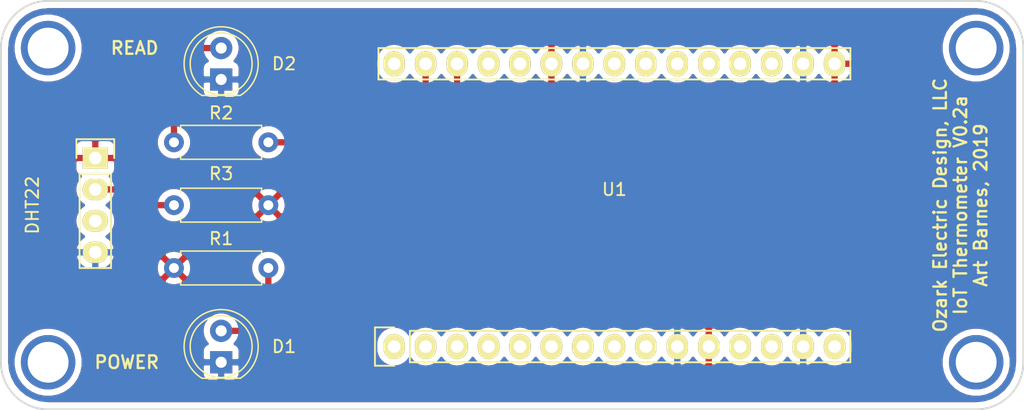
<source format=kicad_pcb>
(kicad_pcb (version 20171130) (host pcbnew "(5.1.4)-1")

  (general
    (thickness 1.6)
    (drawings 13)
    (tracks 21)
    (zones 0)
    (modules 11)
    (nets 29)
  )

  (page A4)
  (title_block
    (title IoThermometer)
    (date 2017-02-19)
    (rev 0.1)
    (company "Ozark Electric Design, LLC")
  )

  (layers
    (0 F.Cu signal hide)
    (31 B.Cu signal hide)
    (32 B.Adhes user hide)
    (33 F.Adhes user hide)
    (34 B.Paste user hide)
    (35 F.Paste user hide)
    (36 B.SilkS user)
    (37 F.SilkS user)
    (38 B.Mask user)
    (39 F.Mask user)
    (40 Dwgs.User user)
    (41 Cmts.User user)
    (42 Eco1.User user)
    (43 Eco2.User user)
    (44 Edge.Cuts user)
    (45 Margin user)
    (46 B.CrtYd user)
    (47 F.CrtYd user)
    (48 B.Fab user)
    (49 F.Fab user)
  )

  (setup
    (last_trace_width 0.254)
    (user_trace_width 0.254)
    (user_trace_width 0.508)
    (user_trace_width 1.27)
    (trace_clearance 0.254)
    (zone_clearance 0.508)
    (zone_45_only no)
    (trace_min 0.254)
    (via_size 0.6858)
    (via_drill 0.3302)
    (via_min_size 0.6858)
    (via_min_drill 0.3302)
    (uvia_size 0.508)
    (uvia_drill 0.127)
    (uvias_allowed no)
    (uvia_min_size 0.508)
    (uvia_min_drill 0.127)
    (edge_width 0.15)
    (segment_width 0.2)
    (pcb_text_width 0.3)
    (pcb_text_size 1.5 1.5)
    (mod_edge_width 0.15)
    (mod_text_size 1 1)
    (mod_text_width 0.15)
    (pad_size 4.399999 4.399999)
    (pad_drill 3.300001)
    (pad_to_mask_clearance 0.2)
    (aux_axis_origin 0 0)
    (grid_origin 105.22 91.06)
    (visible_elements 7FFFFFFF)
    (pcbplotparams
      (layerselection 0x00030_80000001)
      (usegerberextensions false)
      (usegerberattributes false)
      (usegerberadvancedattributes false)
      (creategerberjobfile false)
      (excludeedgelayer true)
      (linewidth 0.100000)
      (plotframeref false)
      (viasonmask false)
      (mode 1)
      (useauxorigin false)
      (hpglpennumber 1)
      (hpglpenspeed 20)
      (hpglpendiameter 15.000000)
      (psnegative false)
      (psa4output false)
      (plotreference true)
      (plotvalue true)
      (plotinvisibletext false)
      (padsonsilk false)
      (subtractmaskfromsilk false)
      (outputformat 1)
      (mirror false)
      (drillshape 1)
      (scaleselection 1)
      (outputdirectory ""))
  )

  (net 0 "")
  (net 1 "Net-(D1-Pad2)")
  (net 2 GND)
  (net 3 "Net-(D2-Pad2)")
  (net 4 +3V3)
  (net 5 "Net-(R2-Pad2)")
  (net 6 "Net-(U1-Pad1)")
  (net 7 "Net-(U1-Pad2)")
  (net 8 "Net-(U1-Pad3)")
  (net 9 "Net-(U1-Pad4)")
  (net 10 "Net-(U1-Pad5)")
  (net 11 "Net-(U1-Pad6)")
  (net 12 "Net-(U1-Pad7)")
  (net 13 "Net-(U1-Pad8)")
  (net 14 "Net-(U1-Pad9)")
  (net 15 "Net-(U1-Pad12)")
  (net 16 "Net-(U1-Pad13)")
  (net 17 "Net-(U1-Pad15)")
  (net 18 "Net-(U1-Pad30)")
  (net 19 "Net-(U1-Pad18)")
  (net 20 "Net-(U1-Pad19)")
  (net 21 "Net-(U1-Pad22)")
  (net 22 "Net-(U1-Pad23)")
  (net 23 "Net-(U1-Pad20)")
  (net 24 "Net-(U1-Pad27)")
  (net 25 "Net-(R3-Pad2)")
  (net 26 "Net-(U1-Pad26)")
  (net 27 "Net-(U1-Pad21)")
  (net 28 "Net-(TH1-Pad3)")

  (net_class Default "This is the default net class."
    (clearance 0.254)
    (trace_width 0.254)
    (via_dia 0.6858)
    (via_drill 0.3302)
    (uvia_dia 0.508)
    (uvia_drill 0.127)
    (add_net +3V3)
    (add_net GND)
    (add_net "Net-(D1-Pad2)")
    (add_net "Net-(D2-Pad2)")
    (add_net "Net-(R2-Pad2)")
    (add_net "Net-(R3-Pad2)")
    (add_net "Net-(TH1-Pad3)")
    (add_net "Net-(U1-Pad1)")
    (add_net "Net-(U1-Pad12)")
    (add_net "Net-(U1-Pad13)")
    (add_net "Net-(U1-Pad15)")
    (add_net "Net-(U1-Pad18)")
    (add_net "Net-(U1-Pad19)")
    (add_net "Net-(U1-Pad2)")
    (add_net "Net-(U1-Pad20)")
    (add_net "Net-(U1-Pad21)")
    (add_net "Net-(U1-Pad22)")
    (add_net "Net-(U1-Pad23)")
    (add_net "Net-(U1-Pad26)")
    (add_net "Net-(U1-Pad27)")
    (add_net "Net-(U1-Pad3)")
    (add_net "Net-(U1-Pad30)")
    (add_net "Net-(U1-Pad4)")
    (add_net "Net-(U1-Pad5)")
    (add_net "Net-(U1-Pad6)")
    (add_net "Net-(U1-Pad7)")
    (add_net "Net-(U1-Pad8)")
    (add_net "Net-(U1-Pad9)")
  )

  (module Mounting_Holes:MountingHole_2.2mm_M2_Pad (layer F.Cu) (tedit 58AB085C) (tstamp 589F86EA)
    (at 183.96 120.27)
    (descr "Mounting Hole 2.2mm, M2")
    (tags "mounting hole 2.2mm m2")
    (fp_text reference REF** (at 6.35 0) (layer F.SilkS) hide
      (effects (font (size 1 1) (thickness 0.15)))
    )
    (fp_text value MountingHole_2.2mm_M2_Pad (at 0 5.08) (layer F.Fab) hide
      (effects (font (size 1 1) (thickness 0.15)))
    )
    (fp_circle (center 0 0) (end 2.2 0) (layer Cmts.User) (width 0.15))
    (fp_circle (center 0 0) (end 2.45 0) (layer F.CrtYd) (width 0.05))
    (pad 1 thru_hole circle (at 0 0) (size 4.4 4.4) (drill 3.3) (layers *.Cu *.Mask))
  )

  (module Mounting_Holes:MountingHole_2.2mm_M2_Pad (layer F.Cu) (tedit 58AB0861) (tstamp 5D66D661)
    (at 183.96 94.87)
    (descr "Mounting Hole 2.2mm, M2")
    (tags "mounting hole 2.2mm m2")
    (fp_text reference REF** (at 6.35 0) (layer F.SilkS) hide
      (effects (font (size 1 1) (thickness 0.15)))
    )
    (fp_text value MountingHole_2.2mm_M2_Pad (at 0 -6.35) (layer F.Fab) hide
      (effects (font (size 1 1) (thickness 0.15)))
    )
    (fp_circle (center 0 0) (end 2.2 0) (layer Cmts.User) (width 0.15))
    (fp_circle (center 0 0) (end 2.45 0) (layer F.CrtYd) (width 0.05))
    (pad 1 thru_hole circle (at 0 0) (size 4.4 4.4) (drill 3.3) (layers *.Cu *.Mask))
  )

  (module Mounting_Holes:MountingHole_2.2mm_M2_Pad (layer F.Cu) (tedit 58AB086D) (tstamp 589F86DE)
    (at 109.03 120.27)
    (descr "Mounting Hole 2.2mm, M2")
    (tags "mounting hole 2.2mm m2")
    (fp_text reference REF** (at -6.985 0) (layer F.SilkS) hide
      (effects (font (size 1 1) (thickness 0.15)))
    )
    (fp_text value MountingHole_2.2mm_M2_Pad (at 0 6.35) (layer F.Fab) hide
      (effects (font (size 1 1) (thickness 0.15)))
    )
    (fp_circle (center 0 0) (end 2.2 0) (layer Cmts.User) (width 0.15))
    (fp_circle (center 0 0) (end 2.45 0) (layer F.CrtYd) (width 0.05))
    (pad 1 thru_hole circle (at 0 0) (size 4.4 4.4) (drill 3.3) (layers *.Cu *.Mask))
  )

  (module nodemcu:NodeMCU_Amica_R2 locked (layer F.Cu) (tedit 589F2B90) (tstamp 589EA544)
    (at 136.97 119 90)
    (descr "Through-hole-mounted NodeMCU 0.9")
    (tags nodemcu)
    (path /589E9FEA)
    (fp_text reference U1 (at 12.7 17.78 180) (layer F.SilkS)
      (effects (font (size 1 1) (thickness 0.15)))
    )
    (fp_text value NodeMCU_Amica_R2 (at 5.08 17.78 180) (layer F.Fab)
      (effects (font (size 2 2) (thickness 0.15)))
    )
    (fp_circle (center 0.108949 -4.318) (end 1.378949 -3.048) (layer F.CrtYd) (width 0.15))
    (fp_line (start 15.24 37.465) (end 15.24 42.545) (layer F.CrtYd) (width 0.15))
    (fp_line (start 7.62 37.465) (end 15.24 37.465) (layer F.CrtYd) (width 0.15))
    (fp_line (start 7.62 42.545) (end 7.62 37.465) (layer F.CrtYd) (width 0.15))
    (fp_line (start -1.905 42.545) (end -1.905 -6.35) (layer F.CrtYd) (width 0.15))
    (fp_line (start 24.765 42.545) (end -1.905 42.545) (layer F.CrtYd) (width 0.15))
    (fp_line (start 24.765 -6.35) (end 24.765 42.545) (layer F.CrtYd) (width 0.15))
    (fp_line (start -1.905 -6.35) (end 24.765 -6.35) (layer F.CrtYd) (width 0.15))
    (fp_line (start -1.27 1.27) (end -1.27 36.83) (layer F.SilkS) (width 0.15))
    (fp_line (start -1.27 36.83) (end 1.27 36.83) (layer F.SilkS) (width 0.15))
    (fp_line (start 1.27 36.83) (end 1.27 1.27) (layer F.SilkS) (width 0.15))
    (fp_line (start 1.55 -1.55) (end 1.55 0) (layer F.SilkS) (width 0.15))
    (fp_line (start 1.27 1.27) (end -1.27 1.27) (layer F.SilkS) (width 0.15))
    (fp_line (start -1.55 0) (end -1.55 -1.55) (layer F.SilkS) (width 0.15))
    (fp_line (start -1.55 -1.55) (end 1.55 -1.55) (layer F.SilkS) (width 0.15))
    (fp_line (start 21.59 36.83) (end 24.13 36.83) (layer F.SilkS) (width 0.15))
    (fp_line (start 21.59 -1.27) (end 21.59 36.83) (layer F.SilkS) (width 0.15))
    (fp_line (start 24.13 -1.27) (end 21.59 -1.27) (layer F.SilkS) (width 0.15))
    (fp_line (start 24.13 36.83) (end 24.13 -1.27) (layer F.SilkS) (width 0.15))
    (fp_circle (center 22.733 -4.318) (end 24.003 -3.048) (layer F.CrtYd) (width 0.15))
    (fp_circle (center 22.733 40.513) (end 24.003 41.783) (layer F.CrtYd) (width 0.15))
    (fp_circle (center 0.127 40.513) (end 1.397 41.783) (layer F.CrtYd) (width 0.15))
    (pad 1 thru_hole oval (at 0 0 90) (size 2.032 1.7272) (drill 1.016) (layers *.Cu *.Mask F.SilkS)
      (net 6 "Net-(U1-Pad1)"))
    (pad 2 thru_hole oval (at 0 2.54 90) (size 2.032 1.7272) (drill 1.016) (layers *.Cu *.Mask F.SilkS)
      (net 7 "Net-(U1-Pad2)"))
    (pad 3 thru_hole oval (at 0 5.08 90) (size 2.032 1.7272) (drill 1.016) (layers *.Cu *.Mask F.SilkS)
      (net 8 "Net-(U1-Pad3)"))
    (pad 4 thru_hole oval (at 0 7.62 90) (size 2.032 1.7272) (drill 1.016) (layers *.Cu *.Mask F.SilkS)
      (net 9 "Net-(U1-Pad4)"))
    (pad 5 thru_hole oval (at 0 10.16 90) (size 2.032 1.7272) (drill 1.016) (layers *.Cu *.Mask F.SilkS)
      (net 10 "Net-(U1-Pad5)"))
    (pad 6 thru_hole oval (at 0 12.7 90) (size 2.032 1.7272) (drill 1.016) (layers *.Cu *.Mask F.SilkS)
      (net 11 "Net-(U1-Pad6)"))
    (pad 7 thru_hole oval (at 0 15.24 90) (size 2.032 1.7272) (drill 1.016) (layers *.Cu *.Mask F.SilkS)
      (net 12 "Net-(U1-Pad7)"))
    (pad 8 thru_hole oval (at 0 17.78 90) (size 2.032 1.7272) (drill 1.016) (layers *.Cu *.Mask F.SilkS)
      (net 13 "Net-(U1-Pad8)"))
    (pad 9 thru_hole oval (at 0 20.32 90) (size 2.032 1.7272) (drill 1.016) (layers *.Cu *.Mask F.SilkS)
      (net 14 "Net-(U1-Pad9)"))
    (pad 10 thru_hole oval (at 0 22.86 90) (size 2.032 1.7272) (drill 1.016) (layers *.Cu *.Mask F.SilkS)
      (net 2 GND))
    (pad 11 thru_hole oval (at 0 25.4 90) (size 2.032 1.7272) (drill 1.016) (layers *.Cu *.Mask F.SilkS)
      (net 4 +3V3))
    (pad 12 thru_hole oval (at 0 27.94 90) (size 2.032 1.7272) (drill 1.016) (layers *.Cu *.Mask F.SilkS)
      (net 15 "Net-(U1-Pad12)"))
    (pad 13 thru_hole oval (at 0 30.48 90) (size 2.032 1.7272) (drill 1.016) (layers *.Cu *.Mask F.SilkS)
      (net 16 "Net-(U1-Pad13)"))
    (pad 14 thru_hole oval (at 0 33.02 90) (size 2.032 1.7272) (drill 1.016) (layers *.Cu *.Mask F.SilkS)
      (net 2 GND))
    (pad 15 thru_hole oval (at 0 35.56 90) (size 2.032 1.7272) (drill 1.016) (layers *.Cu *.Mask F.SilkS)
      (net 17 "Net-(U1-Pad15)"))
    (pad 30 thru_hole oval (at 22.86 0 90) (size 2.032 1.7272) (drill 1.016) (layers *.Cu *.Mask F.SilkS)
      (net 18 "Net-(U1-Pad30)"))
    (pad 18 thru_hole oval (at 22.86 30.48 90) (size 2.032 1.7272) (drill 1.016) (layers *.Cu *.Mask F.SilkS)
      (net 19 "Net-(U1-Pad18)"))
    (pad 17 thru_hole oval (at 22.86 33.02 90) (size 2.032 1.7272) (drill 1.016) (layers *.Cu *.Mask F.SilkS)
      (net 2 GND))
    (pad 19 thru_hole oval (at 22.86 27.94 90) (size 2.032 1.7272) (drill 1.016) (layers *.Cu *.Mask F.SilkS)
      (net 20 "Net-(U1-Pad19)"))
    (pad 25 thru_hole oval (at 22.86 12.7 90) (size 2.032 1.7272) (drill 1.016) (layers *.Cu *.Mask F.SilkS)
      (net 4 +3V3))
    (pad 26 thru_hole oval (at 22.86 10.16 90) (size 2.032 1.7272) (drill 1.016) (layers *.Cu *.Mask F.SilkS)
      (net 26 "Net-(U1-Pad26)"))
    (pad 24 thru_hole oval (at 22.86 15.24 90) (size 2.032 1.7272) (drill 1.016) (layers *.Cu *.Mask F.SilkS)
      (net 2 GND))
    (pad 16 thru_hole oval (at 22.86 35.56 90) (size 2.032 1.7272) (drill 1.016) (layers *.Cu *.Mask F.SilkS)
      (net 4 +3V3))
    (pad 22 thru_hole oval (at 22.86 20.32 90) (size 2.032 1.7272) (drill 1.016) (layers *.Cu *.Mask F.SilkS)
      (net 21 "Net-(U1-Pad22)"))
    (pad 23 thru_hole oval (at 22.86 17.78 90) (size 2.032 1.7272) (drill 1.016) (layers *.Cu *.Mask F.SilkS)
      (net 22 "Net-(U1-Pad23)"))
    (pad 21 thru_hole oval (at 22.86 22.86 90) (size 2.032 1.7272) (drill 1.016) (layers *.Cu *.Mask F.SilkS)
      (net 27 "Net-(U1-Pad21)"))
    (pad 20 thru_hole oval (at 22.86 25.4 90) (size 2.032 1.7272) (drill 1.016) (layers *.Cu *.Mask F.SilkS)
      (net 23 "Net-(U1-Pad20)"))
    (pad 28 thru_hole oval (at 22.86 5.08 90) (size 2.032 1.7272) (drill 1.016) (layers *.Cu *.Mask F.SilkS)
      (net 25 "Net-(R3-Pad2)"))
    (pad 27 thru_hole oval (at 22.86 7.62 90) (size 2.032 1.7272) (drill 1.016) (layers *.Cu *.Mask F.SilkS)
      (net 24 "Net-(U1-Pad27)"))
    (pad 29 thru_hole oval (at 22.86 2.54 90) (size 2.032 1.7272) (drill 1.016) (layers *.Cu *.Mask F.SilkS)
      (net 5 "Net-(R2-Pad2)"))
  )

  (module Mounting_Holes:MountingHole_2.2mm_M2_Pad (layer F.Cu) (tedit 5D741E4B) (tstamp 589F86BD)
    (at 109.03 94.87)
    (descr "Mounting Hole 2.2mm, M2")
    (tags "mounting hole 2.2mm m2")
    (fp_text reference REF** (at -6.35 0) (layer F.SilkS) hide
      (effects (font (size 1 1) (thickness 0.15)))
    )
    (fp_text value MountingHole_2.2mm_M2_Pad (at 0 -6.35) (layer F.Fab) hide
      (effects (font (size 1 1) (thickness 0.15)))
    )
    (fp_circle (center 0 0) (end 2.2 0) (layer Cmts.User) (width 0.15))
    (fp_circle (center 0 0) (end 2.45 0) (layer F.CrtYd) (width 0.05))
    (pad 1 thru_hole circle (at 0 0) (size 4.399999 4.399999) (drill 3.300001) (layers *.Cu *.Mask))
  )

  (module Resistor_THT:R_Axial_DIN0207_L6.3mm_D2.5mm_P7.62mm_Horizontal placed (layer F.Cu) (tedit 5AE5139B) (tstamp 5D66D4F4)
    (at 126.81 107.57 180)
    (descr "Resistor, Axial_DIN0207 series, Axial, Horizontal, pin pitch=7.62mm, 0.25W = 1/4W, length*diameter=6.3*2.5mm^2, http://cdn-reichelt.de/documents/datenblatt/B400/1_4W%23YAG.pdf")
    (tags "Resistor Axial_DIN0207 series Axial Horizontal pin pitch 7.62mm 0.25W = 1/4W length 6.3mm diameter 2.5mm")
    (path /58BAFB86)
    (fp_text reference R3 (at 3.81 2.54 180) (layer F.SilkS)
      (effects (font (size 1 1) (thickness 0.15)))
    )
    (fp_text value 4.7k (at 7.62 2.54 180) (layer F.Fab)
      (effects (font (size 1 1) (thickness 0.15)))
    )
    (fp_line (start 0.66 -1.25) (end 0.66 1.25) (layer F.Fab) (width 0.1))
    (fp_line (start 0.66 1.25) (end 6.96 1.25) (layer F.Fab) (width 0.1))
    (fp_line (start 6.96 1.25) (end 6.96 -1.25) (layer F.Fab) (width 0.1))
    (fp_line (start 6.96 -1.25) (end 0.66 -1.25) (layer F.Fab) (width 0.1))
    (fp_line (start 0 0) (end 0.66 0) (layer F.Fab) (width 0.1))
    (fp_line (start 7.62 0) (end 6.96 0) (layer F.Fab) (width 0.1))
    (fp_line (start 0.54 -1.04) (end 0.54 -1.37) (layer F.SilkS) (width 0.12))
    (fp_line (start 0.54 -1.37) (end 7.08 -1.37) (layer F.SilkS) (width 0.12))
    (fp_line (start 7.08 -1.37) (end 7.08 -1.04) (layer F.SilkS) (width 0.12))
    (fp_line (start 0.54 1.04) (end 0.54 1.37) (layer F.SilkS) (width 0.12))
    (fp_line (start 0.54 1.37) (end 7.08 1.37) (layer F.SilkS) (width 0.12))
    (fp_line (start 7.08 1.37) (end 7.08 1.04) (layer F.SilkS) (width 0.12))
    (fp_line (start -1.05 -1.5) (end -1.05 1.5) (layer F.CrtYd) (width 0.05))
    (fp_line (start -1.05 1.5) (end 8.67 1.5) (layer F.CrtYd) (width 0.05))
    (fp_line (start 8.67 1.5) (end 8.67 -1.5) (layer F.CrtYd) (width 0.05))
    (fp_line (start 8.67 -1.5) (end -1.05 -1.5) (layer F.CrtYd) (width 0.05))
    (fp_text user %R (at 3.81 0) (layer F.Fab)
      (effects (font (size 1 1) (thickness 0.15)))
    )
    (pad 1 thru_hole circle (at 0 0 180) (size 1.6 1.6) (drill 0.8) (layers *.Cu *.Mask)
      (net 4 +3V3))
    (pad 2 thru_hole oval (at 7.62 0 180) (size 1.6 1.6) (drill 0.8) (layers *.Cu *.Mask)
      (net 25 "Net-(R3-Pad2)"))
    (model ${KISYS3DMOD}/Resistor_THT.3dshapes/R_Axial_DIN0207_L6.3mm_D2.5mm_P7.62mm_Horizontal.wrl
      (at (xyz 0 0 0))
      (scale (xyz 1 1 1))
      (rotate (xyz 0 0 0))
    )
  )

  (module LED_THT:LED_D5.0mm (layer F.Cu) (tedit 5995936A) (tstamp 5D66D21B)
    (at 123 120.27 90)
    (descr "LED, diameter 5.0mm, 2 pins, http://cdn-reichelt.de/documents/datenblatt/A500/LL-504BC2E-009.pdf")
    (tags "LED diameter 5.0mm 2 pins")
    (path /589EA443)
    (fp_text reference D1 (at 1.27 5.08 180) (layer F.SilkS)
      (effects (font (size 1 1) (thickness 0.15)))
    )
    (fp_text value LED (at 2.54 -5.08 90) (layer F.Fab)
      (effects (font (size 1 1) (thickness 0.15)))
    )
    (fp_arc (start 1.27 0) (end -1.23 -1.469694) (angle 299.1) (layer F.Fab) (width 0.1))
    (fp_arc (start 1.27 0) (end -1.29 -1.54483) (angle 148.9) (layer F.SilkS) (width 0.12))
    (fp_arc (start 1.27 0) (end -1.29 1.54483) (angle -148.9) (layer F.SilkS) (width 0.12))
    (fp_circle (center 1.27 0) (end 3.77 0) (layer F.Fab) (width 0.1))
    (fp_circle (center 1.27 0) (end 3.77 0) (layer F.SilkS) (width 0.12))
    (fp_line (start -1.23 -1.469694) (end -1.23 1.469694) (layer F.Fab) (width 0.1))
    (fp_line (start -1.29 -1.545) (end -1.29 1.545) (layer F.SilkS) (width 0.12))
    (fp_line (start -1.95 -3.25) (end -1.95 3.25) (layer F.CrtYd) (width 0.05))
    (fp_line (start -1.95 3.25) (end 4.5 3.25) (layer F.CrtYd) (width 0.05))
    (fp_line (start 4.5 3.25) (end 4.5 -3.25) (layer F.CrtYd) (width 0.05))
    (fp_line (start 4.5 -3.25) (end -1.95 -3.25) (layer F.CrtYd) (width 0.05))
    (fp_text user %R (at 1.25 0 90) (layer F.Fab)
      (effects (font (size 0.8 0.8) (thickness 0.2)))
    )
    (pad 1 thru_hole rect (at 0 0 90) (size 1.8 1.8) (drill 0.9) (layers *.Cu *.Mask)
      (net 2 GND))
    (pad 2 thru_hole circle (at 2.54 0 90) (size 1.8 1.8) (drill 0.9) (layers *.Cu *.Mask)
      (net 1 "Net-(D1-Pad2)"))
    (model ${KISYS3DMOD}/LED_THT.3dshapes/LED_D5.0mm.wrl
      (at (xyz 0 0 0))
      (scale (xyz 1 1 1))
      (rotate (xyz 0 0 0))
    )
  )

  (module LED_THT:LED_D5.0mm (layer F.Cu) (tedit 5995936A) (tstamp 5D66D22D)
    (at 123 97.41 90)
    (descr "LED, diameter 5.0mm, 2 pins, http://cdn-reichelt.de/documents/datenblatt/A500/LL-504BC2E-009.pdf")
    (tags "LED diameter 5.0mm 2 pins")
    (path /589EA47E)
    (fp_text reference D2 (at 1.27 5.08 180) (layer F.SilkS)
      (effects (font (size 1 1) (thickness 0.15)))
    )
    (fp_text value LED (at -1.27 -5.08 90) (layer F.Fab)
      (effects (font (size 1 1) (thickness 0.15)))
    )
    (fp_text user %R (at 1.25 0) (layer F.Fab)
      (effects (font (size 0.8 0.8) (thickness 0.2)))
    )
    (fp_line (start 4.5 -3.25) (end -1.95 -3.25) (layer F.CrtYd) (width 0.05))
    (fp_line (start 4.5 3.25) (end 4.5 -3.25) (layer F.CrtYd) (width 0.05))
    (fp_line (start -1.95 3.25) (end 4.5 3.25) (layer F.CrtYd) (width 0.05))
    (fp_line (start -1.95 -3.25) (end -1.95 3.25) (layer F.CrtYd) (width 0.05))
    (fp_line (start -1.29 -1.545) (end -1.29 1.545) (layer F.SilkS) (width 0.12))
    (fp_line (start -1.23 -1.469694) (end -1.23 1.469694) (layer F.Fab) (width 0.1))
    (fp_circle (center 1.27 0) (end 3.77 0) (layer F.SilkS) (width 0.12))
    (fp_circle (center 1.27 0) (end 3.77 0) (layer F.Fab) (width 0.1))
    (fp_arc (start 1.27 0) (end -1.29 1.54483) (angle -148.9) (layer F.SilkS) (width 0.12))
    (fp_arc (start 1.27 0) (end -1.29 -1.54483) (angle 148.9) (layer F.SilkS) (width 0.12))
    (fp_arc (start 1.27 0) (end -1.23 -1.469694) (angle 299.1) (layer F.Fab) (width 0.1))
    (pad 2 thru_hole circle (at 2.54 0 90) (size 1.8 1.8) (drill 0.9) (layers *.Cu *.Mask)
      (net 3 "Net-(D2-Pad2)"))
    (pad 1 thru_hole rect (at 0 0 90) (size 1.8 1.8) (drill 0.9) (layers *.Cu *.Mask)
      (net 2 GND))
    (model ${KISYS3DMOD}/LED_THT.3dshapes/LED_D5.0mm.wrl
      (at (xyz 0 0 0))
      (scale (xyz 1 1 1))
      (rotate (xyz 0 0 0))
    )
  )

  (module Resistor_THT:R_Axial_DIN0207_L6.3mm_D2.5mm_P7.62mm_Horizontal (layer F.Cu) (tedit 5AE5139B) (tstamp 5D66D244)
    (at 119.19 112.65)
    (descr "Resistor, Axial_DIN0207 series, Axial, Horizontal, pin pitch=7.62mm, 0.25W = 1/4W, length*diameter=6.3*2.5mm^2, http://cdn-reichelt.de/documents/datenblatt/B400/1_4W%23YAG.pdf")
    (tags "Resistor Axial_DIN0207 series Axial Horizontal pin pitch 7.62mm 0.25W = 1/4W length 6.3mm diameter 2.5mm")
    (path /589EA4AD)
    (fp_text reference R1 (at 3.81 -2.37) (layer F.SilkS)
      (effects (font (size 1 1) (thickness 0.15)))
    )
    (fp_text value 330 (at 7.62 2.54) (layer F.Fab)
      (effects (font (size 1 1) (thickness 0.15)))
    )
    (fp_line (start 0.66 -1.25) (end 0.66 1.25) (layer F.Fab) (width 0.1))
    (fp_line (start 0.66 1.25) (end 6.96 1.25) (layer F.Fab) (width 0.1))
    (fp_line (start 6.96 1.25) (end 6.96 -1.25) (layer F.Fab) (width 0.1))
    (fp_line (start 6.96 -1.25) (end 0.66 -1.25) (layer F.Fab) (width 0.1))
    (fp_line (start 0 0) (end 0.66 0) (layer F.Fab) (width 0.1))
    (fp_line (start 7.62 0) (end 6.96 0) (layer F.Fab) (width 0.1))
    (fp_line (start 0.54 -1.04) (end 0.54 -1.37) (layer F.SilkS) (width 0.12))
    (fp_line (start 0.54 -1.37) (end 7.08 -1.37) (layer F.SilkS) (width 0.12))
    (fp_line (start 7.08 -1.37) (end 7.08 -1.04) (layer F.SilkS) (width 0.12))
    (fp_line (start 0.54 1.04) (end 0.54 1.37) (layer F.SilkS) (width 0.12))
    (fp_line (start 0.54 1.37) (end 7.08 1.37) (layer F.SilkS) (width 0.12))
    (fp_line (start 7.08 1.37) (end 7.08 1.04) (layer F.SilkS) (width 0.12))
    (fp_line (start -1.05 -1.5) (end -1.05 1.5) (layer F.CrtYd) (width 0.05))
    (fp_line (start -1.05 1.5) (end 8.67 1.5) (layer F.CrtYd) (width 0.05))
    (fp_line (start 8.67 1.5) (end 8.67 -1.5) (layer F.CrtYd) (width 0.05))
    (fp_line (start 8.67 -1.5) (end -1.05 -1.5) (layer F.CrtYd) (width 0.05))
    (fp_text user %R (at 3.81 0) (layer F.Fab)
      (effects (font (size 1 1) (thickness 0.15)))
    )
    (pad 1 thru_hole circle (at 0 0) (size 1.6 1.6) (drill 0.8) (layers *.Cu *.Mask)
      (net 4 +3V3))
    (pad 2 thru_hole oval (at 7.62 0) (size 1.6 1.6) (drill 0.8) (layers *.Cu *.Mask)
      (net 1 "Net-(D1-Pad2)"))
    (model ${KISYS3DMOD}/Resistor_THT.3dshapes/R_Axial_DIN0207_L6.3mm_D2.5mm_P7.62mm_Horizontal.wrl
      (at (xyz 0 0 0))
      (scale (xyz 1 1 1))
      (rotate (xyz 0 0 0))
    )
  )

  (module Resistor_THT:R_Axial_DIN0207_L6.3mm_D2.5mm_P7.62mm_Horizontal (layer F.Cu) (tedit 5AE5139B) (tstamp 5D66D25B)
    (at 119.19 102.49)
    (descr "Resistor, Axial_DIN0207 series, Axial, Horizontal, pin pitch=7.62mm, 0.25W = 1/4W, length*diameter=6.3*2.5mm^2, http://cdn-reichelt.de/documents/datenblatt/B400/1_4W%23YAG.pdf")
    (tags "Resistor Axial_DIN0207 series Axial Horizontal pin pitch 7.62mm 0.25W = 1/4W length 6.3mm diameter 2.5mm")
    (path /589EA7A6)
    (fp_text reference R2 (at 3.81 -2.37) (layer F.SilkS)
      (effects (font (size 1 1) (thickness 0.15)))
    )
    (fp_text value 330 (at 7.62 2.54) (layer F.Fab)
      (effects (font (size 1 1) (thickness 0.15)))
    )
    (fp_text user %R (at 3.81 0) (layer F.Fab) hide
      (effects (font (size 1 1) (thickness 0.15)))
    )
    (fp_line (start 8.67 -1.5) (end -1.05 -1.5) (layer F.CrtYd) (width 0.05))
    (fp_line (start 8.67 1.5) (end 8.67 -1.5) (layer F.CrtYd) (width 0.05))
    (fp_line (start -1.05 1.5) (end 8.67 1.5) (layer F.CrtYd) (width 0.05))
    (fp_line (start -1.05 -1.5) (end -1.05 1.5) (layer F.CrtYd) (width 0.05))
    (fp_line (start 7.08 1.37) (end 7.08 1.04) (layer F.SilkS) (width 0.12))
    (fp_line (start 0.54 1.37) (end 7.08 1.37) (layer F.SilkS) (width 0.12))
    (fp_line (start 0.54 1.04) (end 0.54 1.37) (layer F.SilkS) (width 0.12))
    (fp_line (start 7.08 -1.37) (end 7.08 -1.04) (layer F.SilkS) (width 0.12))
    (fp_line (start 0.54 -1.37) (end 7.08 -1.37) (layer F.SilkS) (width 0.12))
    (fp_line (start 0.54 -1.04) (end 0.54 -1.37) (layer F.SilkS) (width 0.12))
    (fp_line (start 7.62 0) (end 6.96 0) (layer F.Fab) (width 0.1))
    (fp_line (start 0 0) (end 0.66 0) (layer F.Fab) (width 0.1))
    (fp_line (start 6.96 -1.25) (end 0.66 -1.25) (layer F.Fab) (width 0.1))
    (fp_line (start 6.96 1.25) (end 6.96 -1.25) (layer F.Fab) (width 0.1))
    (fp_line (start 0.66 1.25) (end 6.96 1.25) (layer F.Fab) (width 0.1))
    (fp_line (start 0.66 -1.25) (end 0.66 1.25) (layer F.Fab) (width 0.1))
    (pad 2 thru_hole oval (at 7.62 0) (size 1.6 1.6) (drill 0.8) (layers *.Cu *.Mask)
      (net 5 "Net-(R2-Pad2)"))
    (pad 1 thru_hole circle (at 0 0) (size 1.6 1.6) (drill 0.8) (layers *.Cu *.Mask)
      (net 3 "Net-(D2-Pad2)"))
    (model ${KISYS3DMOD}/Resistor_THT.3dshapes/R_Axial_DIN0207_L6.3mm_D2.5mm_P7.62mm_Horizontal.wrl
      (at (xyz 0 0 0))
      (scale (xyz 1 1 1))
      (rotate (xyz 0 0 0))
    )
  )

  (module Sensors:DHT22_Temperature_Humidity (layer F.Cu) (tedit 570580B0) (tstamp 5E2D749B)
    (at 112.84 107.57 270)
    (path /5E2D39A3)
    (fp_text reference DHT22 (at 0 5.08 90) (layer F.SilkS)
      (effects (font (size 1 1) (thickness 0.15)))
    )
    (fp_text value DHT22_Temperature_Humidity (at 0 5.445 90) (layer F.Fab) hide
      (effects (font (size 1 1) (thickness 0.15)))
    )
    (fp_line (start -2.54 1.27) (end -2.54 -1.27) (layer F.SilkS) (width 0.15))
    (fp_line (start 5.08 1.27) (end -2.54 1.27) (layer F.SilkS) (width 0.15))
    (fp_line (start 5.08 -1.27) (end 5.08 1.27) (layer F.SilkS) (width 0.15))
    (fp_line (start -2.54 -1.27) (end 5.08 -1.27) (layer F.SilkS) (width 0.15))
    (fp_line (start -5.334 1.524) (end -3.81 1.524) (layer F.SilkS) (width 0.15))
    (fp_line (start -5.334 -1.524) (end -5.334 1.524) (layer F.SilkS) (width 0.15))
    (fp_line (start -3.81 -1.524) (end -5.334 -1.524) (layer F.SilkS) (width 0.15))
    (fp_line (start -7.62 4.3) (end 7.62 4.3) (layer B.CrtYd) (width 0.15))
    (fp_line (start -7.62 -3.3) (end -7.62 4.3) (layer B.CrtYd) (width 0.15))
    (fp_line (start 7.62 -3.3) (end 7.62 4.3) (layer B.CrtYd) (width 0.15))
    (fp_line (start -7.62 -3.3) (end 7.62 -3.3) (layer B.CrtYd) (width 0.15))
    (fp_line (start -7.62 -2) (end 7.62 -2) (layer B.CrtYd) (width 0.15))
    (pad 1 thru_hole rect (at -3.81 0) (size 2.032 1.7272) (drill 1.016) (layers *.Cu *.Mask F.SilkS)
      (net 4 +3V3))
    (pad 2 thru_hole oval (at -1.27 0) (size 2.032 1.7272) (drill 1.016) (layers *.Cu *.Mask F.SilkS)
      (net 25 "Net-(R3-Pad2)"))
    (pad 3 thru_hole oval (at 1.27 0) (size 2.032 1.7272) (drill 1.016) (layers *.Cu *.Mask F.SilkS)
      (net 28 "Net-(TH1-Pad3)"))
    (pad 4 thru_hole oval (at 3.81 0) (size 2.032 1.7272) (drill 1.016) (layers *.Cu *.Mask F.SilkS)
      (net 2 GND))
  )

  (gr_line (start 181.42 124.08) (end 183.96 124.08) (angle 90) (layer Edge.Cuts) (width 0.15))
  (gr_line (start 181.42 91.06) (end 183.96 91.06) (angle 90) (layer Edge.Cuts) (width 0.15))
  (gr_text READ (at 116.015 94.87) (layer F.SilkS) (tstamp 589F89B7)
    (effects (font (size 1.016 1.016) (thickness 0.1905)))
  )
  (gr_text "Ozark Electric Design, LLC\nIoT Thermometer V0.2a\nArt Barnes, 2019\n" (at 182.69 107.57 90) (layer F.SilkS) (tstamp 589F8A31)
    (effects (font (size 1.016 1.016) (thickness 0.1905)))
  )
  (gr_text POWER (at 115.38 120.27) (layer F.SilkS)
    (effects (font (size 1.016 1.016) (thickness 0.1905)))
  )
  (gr_line (start 109.03 91.06) (end 181.42 91.06) (layer Edge.Cuts) (width 0.15))
  (gr_line (start 109.03 124.08) (end 181.42 124.08) (layer Edge.Cuts) (width 0.15))
  (gr_line (start 105.22 94.87) (end 105.22 120.27) (layer Edge.Cuts) (width 0.15))
  (gr_line (start 187.77 94.87) (end 187.77 120.27) (layer Edge.Cuts) (width 0.15))
  (gr_arc (start 109.03 120.27) (end 109.03 124.08) (angle 90) (layer Edge.Cuts) (width 0.15))
  (gr_arc (start 183.96 94.87) (end 183.96 91.06) (angle 90) (layer Edge.Cuts) (width 0.15))
  (gr_arc (start 183.96 120.27) (end 187.77 120.27) (angle 90) (layer Edge.Cuts) (width 0.15))
  (gr_arc (start 109.03 94.87) (end 105.22 94.87) (angle 90) (layer Edge.Cuts) (width 0.15))

  (segment (start 126.81 112.65) (end 126.81 115.19) (width 0.508) (layer F.Cu) (net 1) (status 400000))
  (segment (start 125.54 117.73) (end 123 117.73) (width 0.508) (layer F.Cu) (net 1) (tstamp 5D7417B3) (status 800000))
  (segment (start 126.81 116.46) (end 125.54 117.73) (width 0.508) (layer F.Cu) (net 1) (tstamp 5D7417B2))
  (segment (start 126.81 115.19) (end 126.81 116.46) (width 0.508) (layer F.Cu) (net 1) (tstamp 5D7417B1))
  (segment (start 123 94.87) (end 120.46 94.87) (width 0.508) (layer F.Cu) (net 3) (status 400000))
  (segment (start 119.19 96.14) (end 119.19 102.49) (width 0.508) (layer F.Cu) (net 3) (tstamp 5D7417AA) (status 800000))
  (segment (start 120.46 94.87) (end 119.19 96.14) (width 0.508) (layer F.Cu) (net 3) (tstamp 5D7417A9))
  (segment (start 126.81 102.49) (end 136.97 102.49) (width 0.508) (layer F.Cu) (net 5) (status 400000))
  (segment (start 139.51 101.22) (end 139.51 96.14) (width 0.508) (layer F.Cu) (net 5) (tstamp 5D7417A6) (status 800000))
  (segment (start 138.24 102.49) (end 139.51 101.22) (width 0.508) (layer F.Cu) (net 5) (tstamp 5D7417A5))
  (segment (start 136.97 102.49) (end 138.24 102.49) (width 0.508) (layer F.Cu) (net 5) (tstamp 5D7417A4))
  (segment (start 112.84 106.3) (end 114.11 106.3) (width 0.508) (layer F.Cu) (net 25) (status 400000))
  (segment (start 114.11 106.3) (end 116.65 106.3) (width 0.508) (layer F.Cu) (net 25))
  (segment (start 142.05 102.49) (end 142.05 96.14) (width 0.508) (layer F.Cu) (net 25) (status 800000))
  (segment (start 116.65 106.3) (end 117.92 105.03) (width 0.508) (layer F.Cu) (net 25) (tstamp 5D74198C))
  (segment (start 117.92 105.03) (end 136.97 105.03) (width 0.508) (layer F.Cu) (net 25) (tstamp 5D74198D))
  (segment (start 136.97 105.03) (end 138.24 105.03) (width 0.508) (layer F.Cu) (net 25) (tstamp 5D74198E))
  (segment (start 138.24 105.03) (end 139.51 105.03) (width 0.508) (layer F.Cu) (net 25) (tstamp 5D74198F))
  (segment (start 139.51 105.03) (end 142.05 102.49) (width 0.508) (layer F.Cu) (net 25) (tstamp 5D741990))
  (segment (start 116.65 107.57) (end 115.38 106.3) (width 0.508) (layer F.Cu) (net 25))
  (segment (start 119.19 107.57) (end 116.65 107.57) (width 0.508) (layer F.Cu) (net 25))

  (zone (net 4) (net_name +3V3) (layer F.Cu) (tstamp 5D742178) (hatch edge 0.508)
    (connect_pads (clearance 0.508))
    (min_thickness 0.254)
    (fill yes (arc_segments 16) (thermal_gap 0.508) (thermal_bridge_width 0.508))
    (polygon
      (pts
        (xy 105.22 91.06) (xy 187.77 91.06) (xy 187.77 124.08) (xy 105.22 124.08)
      )
    )
    (filled_polygon
      (pts
        (xy 184.561462 91.832378) (xy 185.140022 92.007056) (xy 185.673627 92.290778) (xy 186.141969 92.672749) (xy 186.527196 93.138409)
        (xy 186.814637 93.670021) (xy 186.993348 94.247343) (xy 187.06 94.881498) (xy 187.060001 120.235269) (xy 186.997622 120.871462)
        (xy 186.822944 121.450021) (xy 186.539221 121.983627) (xy 186.157251 122.451969) (xy 185.691595 122.837193) (xy 185.159983 123.124636)
        (xy 184.582657 123.303348) (xy 183.948501 123.37) (xy 109.06472 123.37) (xy 108.428538 123.307622) (xy 107.849979 123.132944)
        (xy 107.316373 122.849221) (xy 106.848031 122.467251) (xy 106.462807 122.001595) (xy 106.175364 121.469983) (xy 105.996652 120.892657)
        (xy 105.93 120.258501) (xy 105.93 119.990777) (xy 106.195 119.990777) (xy 106.195 120.549223) (xy 106.303948 121.096939)
        (xy 106.517656 121.612876) (xy 106.827912 122.077207) (xy 107.222793 122.472088) (xy 107.687124 122.782344) (xy 108.203061 122.996052)
        (xy 108.750777 123.105) (xy 109.309223 123.105) (xy 109.856939 122.996052) (xy 110.372876 122.782344) (xy 110.837207 122.472088)
        (xy 111.232088 122.077207) (xy 111.542344 121.612876) (xy 111.756052 121.096939) (xy 111.865 120.549223) (xy 111.865 119.990777)
        (xy 111.756052 119.443061) (xy 111.72579 119.37) (xy 121.461928 119.37) (xy 121.461928 121.17) (xy 121.474188 121.294482)
        (xy 121.510498 121.41418) (xy 121.569463 121.524494) (xy 121.648815 121.621185) (xy 121.745506 121.700537) (xy 121.85582 121.759502)
        (xy 121.975518 121.795812) (xy 122.1 121.808072) (xy 123.9 121.808072) (xy 124.024482 121.795812) (xy 124.14418 121.759502)
        (xy 124.254494 121.700537) (xy 124.351185 121.621185) (xy 124.430537 121.524494) (xy 124.489502 121.41418) (xy 124.525812 121.294482)
        (xy 124.538072 121.17) (xy 124.538072 119.37) (xy 124.525812 119.245518) (xy 124.489502 119.12582) (xy 124.430537 119.015506)
        (xy 124.351185 118.918815) (xy 124.254494 118.839463) (xy 124.14418 118.780498) (xy 124.125873 118.774944) (xy 124.126835 118.773982)
        (xy 135.4714 118.773982) (xy 135.4714 119.226019) (xy 135.493084 119.446177) (xy 135.578775 119.728664) (xy 135.717931 119.989006)
        (xy 135.905203 120.217197) (xy 136.133395 120.404469) (xy 136.393737 120.543625) (xy 136.676224 120.629316) (xy 136.97 120.658251)
        (xy 137.263777 120.629316) (xy 137.546264 120.543625) (xy 137.806606 120.404469) (xy 138.034797 120.217197) (xy 138.222069 119.989006)
        (xy 138.24 119.955459) (xy 138.257931 119.989006) (xy 138.445203 120.217197) (xy 138.673395 120.404469) (xy 138.933737 120.543625)
        (xy 139.216224 120.629316) (xy 139.51 120.658251) (xy 139.803777 120.629316) (xy 140.086264 120.543625) (xy 140.346606 120.404469)
        (xy 140.574797 120.217197) (xy 140.762069 119.989006) (xy 140.78 119.955459) (xy 140.797931 119.989006) (xy 140.985203 120.217197)
        (xy 141.213395 120.404469) (xy 141.473737 120.543625) (xy 141.756224 120.629316) (xy 142.05 120.658251) (xy 142.343777 120.629316)
        (xy 142.626264 120.543625) (xy 142.886606 120.404469) (xy 143.114797 120.217197) (xy 143.302069 119.989006) (xy 143.32 119.955459)
        (xy 143.337931 119.989006) (xy 143.525203 120.217197) (xy 143.753395 120.404469) (xy 144.013737 120.543625) (xy 144.296224 120.629316)
        (xy 144.59 120.658251) (xy 144.883777 120.629316) (xy 145.166264 120.543625) (xy 145.426606 120.404469) (xy 145.654797 120.217197)
        (xy 145.842069 119.989006) (xy 145.86 119.955459) (xy 145.877931 119.989006) (xy 146.065203 120.217197) (xy 146.293395 120.404469)
        (xy 146.553737 120.543625) (xy 146.836224 120.629316) (xy 147.13 120.658251) (xy 147.423777 120.629316) (xy 147.706264 120.543625)
        (xy 147.966606 120.404469) (xy 148.194797 120.217197) (xy 148.382069 119.989006) (xy 148.4 119.955459) (xy 148.417931 119.989006)
        (xy 148.605203 120.217197) (xy 148.833395 120.404469) (xy 149.093737 120.543625) (xy 149.376224 120.629316) (xy 149.67 120.658251)
        (xy 149.963777 120.629316) (xy 150.246264 120.543625) (xy 150.506606 120.404469) (xy 150.734797 120.217197) (xy 150.922069 119.989006)
        (xy 150.94 119.955459) (xy 150.957931 119.989006) (xy 151.145203 120.217197) (xy 151.373395 120.404469) (xy 151.633737 120.543625)
        (xy 151.916224 120.629316) (xy 152.21 120.658251) (xy 152.503777 120.629316) (xy 152.786264 120.543625) (xy 153.046606 120.404469)
        (xy 153.274797 120.217197) (xy 153.462069 119.989006) (xy 153.48 119.955459) (xy 153.497931 119.989006) (xy 153.685203 120.217197)
        (xy 153.913395 120.404469) (xy 154.173737 120.543625) (xy 154.456224 120.629316) (xy 154.75 120.658251) (xy 155.043777 120.629316)
        (xy 155.326264 120.543625) (xy 155.586606 120.404469) (xy 155.814797 120.217197) (xy 156.002069 119.989006) (xy 156.02 119.955459)
        (xy 156.037931 119.989006) (xy 156.225203 120.217197) (xy 156.453395 120.404469) (xy 156.713737 120.543625) (xy 156.996224 120.629316)
        (xy 157.29 120.658251) (xy 157.583777 120.629316) (xy 157.866264 120.543625) (xy 158.126606 120.404469) (xy 158.354797 120.217197)
        (xy 158.542069 119.989006) (xy 158.56 119.955459) (xy 158.577931 119.989006) (xy 158.765203 120.217197) (xy 158.993395 120.404469)
        (xy 159.253737 120.543625) (xy 159.536224 120.629316) (xy 159.83 120.658251) (xy 160.123777 120.629316) (xy 160.406264 120.543625)
        (xy 160.666606 120.404469) (xy 160.894797 120.217197) (xy 161.082069 119.989006) (xy 161.103424 119.949053) (xy 161.251514 120.151729)
        (xy 161.467965 120.350733) (xy 161.719081 120.503686) (xy 161.995211 120.604709) (xy 162.010974 120.607358) (xy 162.243 120.486217)
        (xy 162.243 119.127) (xy 162.223 119.127) (xy 162.223 118.873) (xy 162.243 118.873) (xy 162.243 117.513783)
        (xy 162.497 117.513783) (xy 162.497 118.873) (xy 162.517 118.873) (xy 162.517 119.127) (xy 162.497 119.127)
        (xy 162.497 120.486217) (xy 162.729026 120.607358) (xy 162.744789 120.604709) (xy 163.020919 120.503686) (xy 163.272035 120.350733)
        (xy 163.488486 120.151729) (xy 163.636576 119.949053) (xy 163.657931 119.989006) (xy 163.845203 120.217197) (xy 164.073395 120.404469)
        (xy 164.333737 120.543625) (xy 164.616224 120.629316) (xy 164.91 120.658251) (xy 165.203777 120.629316) (xy 165.486264 120.543625)
        (xy 165.746606 120.404469) (xy 165.974797 120.217197) (xy 166.162069 119.989006) (xy 166.18 119.955459) (xy 166.197931 119.989006)
        (xy 166.385203 120.217197) (xy 166.613395 120.404469) (xy 166.873737 120.543625) (xy 167.156224 120.629316) (xy 167.45 120.658251)
        (xy 167.743777 120.629316) (xy 168.026264 120.543625) (xy 168.286606 120.404469) (xy 168.514797 120.217197) (xy 168.702069 119.989006)
        (xy 168.72 119.955459) (xy 168.737931 119.989006) (xy 168.925203 120.217197) (xy 169.153395 120.404469) (xy 169.413737 120.543625)
        (xy 169.696224 120.629316) (xy 169.99 120.658251) (xy 170.283777 120.629316) (xy 170.566264 120.543625) (xy 170.826606 120.404469)
        (xy 171.054797 120.217197) (xy 171.242069 119.989006) (xy 171.26 119.955459) (xy 171.277931 119.989006) (xy 171.465203 120.217197)
        (xy 171.693395 120.404469) (xy 171.953737 120.543625) (xy 172.236224 120.629316) (xy 172.53 120.658251) (xy 172.823777 120.629316)
        (xy 173.106264 120.543625) (xy 173.366606 120.404469) (xy 173.594797 120.217197) (xy 173.780615 119.990777) (xy 181.125 119.990777)
        (xy 181.125 120.549223) (xy 181.233948 121.096939) (xy 181.447656 121.612876) (xy 181.757912 122.077207) (xy 182.152793 122.472088)
        (xy 182.617124 122.782344) (xy 183.133061 122.996052) (xy 183.680777 123.105) (xy 184.239223 123.105) (xy 184.786939 122.996052)
        (xy 185.302876 122.782344) (xy 185.767207 122.472088) (xy 186.162088 122.077207) (xy 186.472344 121.612876) (xy 186.686052 121.096939)
        (xy 186.795 120.549223) (xy 186.795 119.990777) (xy 186.686052 119.443061) (xy 186.472344 118.927124) (xy 186.162088 118.462793)
        (xy 185.767207 118.067912) (xy 185.302876 117.757656) (xy 184.786939 117.543948) (xy 184.239223 117.435) (xy 183.680777 117.435)
        (xy 183.133061 117.543948) (xy 182.617124 117.757656) (xy 182.152793 118.067912) (xy 181.757912 118.462793) (xy 181.447656 118.927124)
        (xy 181.233948 119.443061) (xy 181.125 119.990777) (xy 173.780615 119.990777) (xy 173.782069 119.989006) (xy 173.921225 119.728663)
        (xy 174.006916 119.446176) (xy 174.0286 119.226018) (xy 174.0286 118.773981) (xy 174.006916 118.553823) (xy 173.921225 118.271336)
        (xy 173.782069 118.010994) (xy 173.594797 117.782803) (xy 173.366605 117.595531) (xy 173.106263 117.456375) (xy 172.823776 117.370684)
        (xy 172.53 117.341749) (xy 172.236223 117.370684) (xy 171.953736 117.456375) (xy 171.693394 117.595531) (xy 171.465203 117.782803)
        (xy 171.277931 118.010995) (xy 171.26 118.044541) (xy 171.242069 118.010994) (xy 171.054797 117.782803) (xy 170.826605 117.595531)
        (xy 170.566263 117.456375) (xy 170.283776 117.370684) (xy 169.99 117.341749) (xy 169.696223 117.370684) (xy 169.413736 117.456375)
        (xy 169.153394 117.595531) (xy 168.925203 117.782803) (xy 168.737931 118.010995) (xy 168.72 118.044541) (xy 168.702069 118.010994)
        (xy 168.514797 117.782803) (xy 168.286605 117.595531) (xy 168.026263 117.456375) (xy 167.743776 117.370684) (xy 167.45 117.341749)
        (xy 167.156223 117.370684) (xy 166.873736 117.456375) (xy 166.613394 117.595531) (xy 166.385203 117.782803) (xy 166.197931 118.010995)
        (xy 166.18 118.044541) (xy 166.162069 118.010994) (xy 165.974797 117.782803) (xy 165.746605 117.595531) (xy 165.486263 117.456375)
        (xy 165.203776 117.370684) (xy 164.91 117.341749) (xy 164.616223 117.370684) (xy 164.333736 117.456375) (xy 164.073394 117.595531)
        (xy 163.845203 117.782803) (xy 163.657931 118.010995) (xy 163.636576 118.050947) (xy 163.488486 117.848271) (xy 163.272035 117.649267)
        (xy 163.020919 117.496314) (xy 162.744789 117.395291) (xy 162.729026 117.392642) (xy 162.497 117.513783) (xy 162.243 117.513783)
        (xy 162.010974 117.392642) (xy 161.995211 117.395291) (xy 161.719081 117.496314) (xy 161.467965 117.649267) (xy 161.251514 117.848271)
        (xy 161.103424 118.050947) (xy 161.082069 118.010994) (xy 160.894797 117.782803) (xy 160.666605 117.595531) (xy 160.406263 117.456375)
        (xy 160.123776 117.370684) (xy 159.83 117.341749) (xy 159.536223 117.370684) (xy 159.253736 117.456375) (xy 158.993394 117.595531)
        (xy 158.765203 117.782803) (xy 158.577931 118.010995) (xy 158.56 118.044541) (xy 158.542069 118.010994) (xy 158.354797 117.782803)
        (xy 158.126605 117.595531) (xy 157.866263 117.456375) (xy 157.583776 117.370684) (xy 157.29 117.341749) (xy 156.996223 117.370684)
        (xy 156.713736 117.456375) (xy 156.453394 117.595531) (xy 156.225203 117.782803) (xy 156.037931 118.010995) (xy 156.02 118.044541)
        (xy 156.002069 118.010994) (xy 155.814797 117.782803) (xy 155.586605 117.595531) (xy 155.326263 117.456375) (xy 155.043776 117.370684)
        (xy 154.75 117.341749) (xy 154.456223 117.370684) (xy 154.173736 117.456375) (xy 153.913394 117.595531) (xy 153.685203 117.782803)
        (xy 153.497931 118.010995) (xy 153.48 118.044541) (xy 153.462069 118.010994) (xy 153.274797 117.782803) (xy 153.046605 117.595531)
        (xy 152.786263 117.456375) (xy 152.503776 117.370684) (xy 152.21 117.341749) (xy 151.916223 117.370684) (xy 151.633736 117.456375)
        (xy 151.373394 117.595531) (xy 151.145203 117.782803) (xy 150.957931 118.010995) (xy 150.94 118.044541) (xy 150.922069 118.010994)
        (xy 150.734797 117.782803) (xy 150.506605 117.595531) (xy 150.246263 117.456375) (xy 149.963776 117.370684) (xy 149.67 117.341749)
        (xy 149.376223 117.370684) (xy 149.093736 117.456375) (xy 148.833394 117.595531) (xy 148.605203 117.782803) (xy 148.417931 118.010995)
        (xy 148.4 118.044541) (xy 148.382069 118.010994) (xy 148.194797 117.782803) (xy 147.966605 117.595531) (xy 147.706263 117.456375)
        (xy 147.423776 117.370684) (xy 147.13 117.341749) (xy 146.836223 117.370684) (xy 146.553736 117.456375) (xy 146.293394 117.595531)
        (xy 146.065203 117.782803) (xy 145.877931 118.010995) (xy 145.86 118.044541) (xy 145.842069 118.010994) (xy 145.654797 117.782803)
        (xy 145.426605 117.595531) (xy 145.166263 117.456375) (xy 144.883776 117.370684) (xy 144.59 117.341749) (xy 144.296223 117.370684)
        (xy 144.013736 117.456375) (xy 143.753394 117.595531) (xy 143.525203 117.782803) (xy 143.337931 118.010995) (xy 143.32 118.044541)
        (xy 143.302069 118.010994) (xy 143.114797 117.782803) (xy 142.886605 117.595531) (xy 142.626263 117.456375) (xy 142.343776 117.370684)
        (xy 142.05 117.341749) (xy 141.756223 117.370684) (xy 141.473736 117.456375) (xy 141.213394 117.595531) (xy 140.985203 117.782803)
        (xy 140.797931 118.010995) (xy 140.78 118.044541) (xy 140.762069 118.010994) (xy 140.574797 117.782803) (xy 140.346605 117.595531)
        (xy 140.086263 117.456375) (xy 139.803776 117.370684) (xy 139.51 117.341749) (xy 139.216223 117.370684) (xy 138.933736 117.456375)
        (xy 138.673394 117.595531) (xy 138.445203 117.782803) (xy 138.257931 118.010995) (xy 138.24 118.044541) (xy 138.222069 118.010994)
        (xy 138.034797 117.782803) (xy 137.806605 117.595531) (xy 137.546263 117.456375) (xy 137.263776 117.370684) (xy 136.97 117.341749)
        (xy 136.676223 117.370684) (xy 136.393736 117.456375) (xy 136.133394 117.595531) (xy 135.905203 117.782803) (xy 135.717931 118.010995)
        (xy 135.578775 118.271337) (xy 135.493084 118.553824) (xy 135.4714 118.773982) (xy 124.126835 118.773982) (xy 124.192312 118.708505)
        (xy 124.252117 118.619) (xy 125.49634 118.619) (xy 125.54 118.6233) (xy 125.58366 118.619) (xy 125.583667 118.619)
        (xy 125.714274 118.606136) (xy 125.881851 118.555303) (xy 126.036291 118.472753) (xy 126.171659 118.361659) (xy 126.199499 118.327736)
        (xy 127.407741 117.119494) (xy 127.441659 117.091659) (xy 127.552753 116.956291) (xy 127.635303 116.801851) (xy 127.655296 116.735942)
        (xy 127.686136 116.634276) (xy 127.695649 116.537688) (xy 127.699 116.503667) (xy 127.699 116.503661) (xy 127.7033 116.460001)
        (xy 127.699 116.416341) (xy 127.699 113.776795) (xy 127.829608 113.669608) (xy 128.008932 113.451101) (xy 128.142182 113.201808)
        (xy 128.224236 112.931309) (xy 128.251943 112.65) (xy 128.224236 112.368691) (xy 128.142182 112.098192) (xy 128.008932 111.848899)
        (xy 127.829608 111.630392) (xy 127.611101 111.451068) (xy 127.361808 111.317818) (xy 127.091309 111.235764) (xy 126.880492 111.215)
        (xy 126.739508 111.215) (xy 126.528691 111.235764) (xy 126.258192 111.317818) (xy 126.008899 111.451068) (xy 125.790392 111.630392)
        (xy 125.611068 111.848899) (xy 125.477818 112.098192) (xy 125.395764 112.368691) (xy 125.368057 112.65) (xy 125.395764 112.931309)
        (xy 125.477818 113.201808) (xy 125.611068 113.451101) (xy 125.790392 113.669608) (xy 125.921 113.776796) (xy 125.921001 115.146324)
        (xy 125.921 115.146334) (xy 125.921001 116.091764) (xy 125.171765 116.841) (xy 124.252117 116.841) (xy 124.192312 116.751495)
        (xy 123.978505 116.537688) (xy 123.727095 116.369701) (xy 123.447743 116.253989) (xy 123.151184 116.195) (xy 122.848816 116.195)
        (xy 122.552257 116.253989) (xy 122.272905 116.369701) (xy 122.021495 116.537688) (xy 121.807688 116.751495) (xy 121.639701 117.002905)
        (xy 121.523989 117.282257) (xy 121.465 117.578816) (xy 121.465 117.881184) (xy 121.523989 118.177743) (xy 121.639701 118.457095)
        (xy 121.807688 118.708505) (xy 121.874127 118.774944) (xy 121.85582 118.780498) (xy 121.745506 118.839463) (xy 121.648815 118.918815)
        (xy 121.569463 119.015506) (xy 121.510498 119.12582) (xy 121.474188 119.245518) (xy 121.461928 119.37) (xy 111.72579 119.37)
        (xy 111.542344 118.927124) (xy 111.232088 118.462793) (xy 110.837207 118.067912) (xy 110.372876 117.757656) (xy 109.856939 117.543948)
        (xy 109.309223 117.435) (xy 108.750777 117.435) (xy 108.203061 117.543948) (xy 107.687124 117.757656) (xy 107.222793 118.067912)
        (xy 106.827912 118.462793) (xy 106.517656 118.927124) (xy 106.303948 119.443061) (xy 106.195 119.990777) (xy 105.93 119.990777)
        (xy 105.93 113.642702) (xy 118.376903 113.642702) (xy 118.448486 113.886671) (xy 118.703996 114.007571) (xy 118.978184 114.0763)
        (xy 119.260512 114.090217) (xy 119.54013 114.048787) (xy 119.806292 113.953603) (xy 119.931514 113.886671) (xy 120.003097 113.642702)
        (xy 119.19 112.829605) (xy 118.376903 113.642702) (xy 105.93 113.642702) (xy 105.93 106.3) (xy 111.181749 106.3)
        (xy 111.210684 106.593777) (xy 111.296375 106.876264) (xy 111.435531 107.136606) (xy 111.622803 107.364797) (xy 111.850994 107.552069)
        (xy 111.88454 107.57) (xy 111.850994 107.587931) (xy 111.622803 107.775203) (xy 111.435531 108.003394) (xy 111.296375 108.263736)
        (xy 111.210684 108.546223) (xy 111.181749 108.84) (xy 111.210684 109.133777) (xy 111.296375 109.416264) (xy 111.435531 109.676606)
        (xy 111.622803 109.904797) (xy 111.850994 110.092069) (xy 111.88454 110.11) (xy 111.850994 110.127931) (xy 111.622803 110.315203)
        (xy 111.435531 110.543394) (xy 111.296375 110.803736) (xy 111.210684 111.086223) (xy 111.181749 111.38) (xy 111.210684 111.673777)
        (xy 111.296375 111.956264) (xy 111.435531 112.216606) (xy 111.622803 112.444797) (xy 111.850994 112.632069) (xy 112.111336 112.771225)
        (xy 112.393823 112.856916) (xy 112.613981 112.8786) (xy 113.066019 112.8786) (xy 113.286177 112.856916) (xy 113.568664 112.771225)
        (xy 113.663541 112.720512) (xy 117.749783 112.720512) (xy 117.791213 113.00013) (xy 117.886397 113.266292) (xy 117.953329 113.391514)
        (xy 118.197298 113.463097) (xy 119.010395 112.65) (xy 119.369605 112.65) (xy 120.182702 113.463097) (xy 120.426671 113.391514)
        (xy 120.547571 113.136004) (xy 120.6163 112.861816) (xy 120.630217 112.579488) (xy 120.588787 112.29987) (xy 120.493603 112.033708)
        (xy 120.426671 111.908486) (xy 120.182702 111.836903) (xy 119.369605 112.65) (xy 119.010395 112.65) (xy 118.197298 111.836903)
        (xy 117.953329 111.908486) (xy 117.832429 112.163996) (xy 117.7637 112.438184) (xy 117.749783 112.720512) (xy 113.663541 112.720512)
        (xy 113.829006 112.632069) (xy 114.057197 112.444797) (xy 114.244469 112.216606) (xy 114.383625 111.956264) (xy 114.469316 111.673777)
        (xy 114.470939 111.657298) (xy 118.376903 111.657298) (xy 119.19 112.470395) (xy 120.003097 111.657298) (xy 119.931514 111.413329)
        (xy 119.676004 111.292429) (xy 119.401816 111.2237) (xy 119.119488 111.209783) (xy 118.83987 111.251213) (xy 118.573708 111.346397)
        (xy 118.448486 111.413329) (xy 118.376903 111.657298) (xy 114.470939 111.657298) (xy 114.498251 111.38) (xy 114.469316 111.086223)
        (xy 114.383625 110.803736) (xy 114.244469 110.543394) (xy 114.057197 110.315203) (xy 113.829006 110.127931) (xy 113.79546 110.11)
        (xy 113.829006 110.092069) (xy 114.057197 109.904797) (xy 114.244469 109.676606) (xy 114.383625 109.416264) (xy 114.469316 109.133777)
        (xy 114.498251 108.84) (xy 114.469316 108.546223) (xy 114.383625 108.263736) (xy 114.244469 108.003394) (xy 114.057197 107.775203)
        (xy 113.829006 107.587931) (xy 113.79546 107.57) (xy 113.829006 107.552069) (xy 114.057197 107.364797) (xy 114.20147 107.189)
        (xy 115.011765 107.189) (xy 115.990506 108.167741) (xy 116.018341 108.201659) (xy 116.153709 108.312753) (xy 116.308149 108.395303)
        (xy 116.374058 108.415296) (xy 116.475724 108.446136) (xy 116.508924 108.449406) (xy 116.606333 108.459) (xy 116.606339 108.459)
        (xy 116.649999 108.4633) (xy 116.693659 108.459) (xy 118.063205 108.459) (xy 118.170392 108.589608) (xy 118.388899 108.768932)
        (xy 118.638192 108.902182) (xy 118.908691 108.984236) (xy 119.119508 109.005) (xy 119.260492 109.005) (xy 119.471309 108.984236)
        (xy 119.741808 108.902182) (xy 119.991101 108.768932) (xy 120.209608 108.589608) (xy 120.231689 108.562702) (xy 125.996903 108.562702)
        (xy 126.068486 108.806671) (xy 126.323996 108.927571) (xy 126.598184 108.9963) (xy 126.880512 109.010217) (xy 127.16013 108.968787)
        (xy 127.426292 108.873603) (xy 127.551514 108.806671) (xy 127.623097 108.562702) (xy 126.81 107.749605) (xy 125.996903 108.562702)
        (xy 120.231689 108.562702) (xy 120.388932 108.371101) (xy 120.522182 108.121808) (xy 120.604236 107.851309) (xy 120.624998 107.640512)
        (xy 125.369783 107.640512) (xy 125.411213 107.92013) (xy 125.506397 108.186292) (xy 125.573329 108.311514) (xy 125.817298 108.383097)
        (xy 126.630395 107.57) (xy 126.989605 107.57) (xy 127.802702 108.383097) (xy 128.046671 108.311514) (xy 128.167571 108.056004)
        (xy 128.2363 107.781816) (xy 128.250217 107.499488) (xy 128.208787 107.21987) (xy 128.113603 106.953708) (xy 128.046671 106.828486)
        (xy 127.802702 106.756903) (xy 126.989605 107.57) (xy 126.630395 107.57) (xy 125.817298 106.756903) (xy 125.573329 106.828486)
        (xy 125.452429 107.083996) (xy 125.3837 107.358184) (xy 125.369783 107.640512) (xy 120.624998 107.640512) (xy 120.631943 107.57)
        (xy 120.604236 107.288691) (xy 120.522182 107.018192) (xy 120.388932 106.768899) (xy 120.23169 106.577298) (xy 125.996903 106.577298)
        (xy 126.81 107.390395) (xy 127.623097 106.577298) (xy 127.551514 106.333329) (xy 127.296004 106.212429) (xy 127.021816 106.1437)
        (xy 126.739488 106.129783) (xy 126.45987 106.171213) (xy 126.193708 106.266397) (xy 126.068486 106.333329) (xy 125.996903 106.577298)
        (xy 120.23169 106.577298) (xy 120.209608 106.550392) (xy 119.991101 106.371068) (xy 119.741808 106.237818) (xy 119.471309 106.155764)
        (xy 119.260492 106.135) (xy 119.119508 106.135) (xy 118.908691 106.155764) (xy 118.638192 106.237818) (xy 118.388899 106.371068)
        (xy 118.170392 106.550392) (xy 118.063205 106.681) (xy 117.526235 106.681) (xy 118.288236 105.919) (xy 139.46634 105.919)
        (xy 139.51 105.9233) (xy 139.55366 105.919) (xy 139.553667 105.919) (xy 139.684274 105.906136) (xy 139.851851 105.855303)
        (xy 140.006291 105.772753) (xy 140.141659 105.661659) (xy 140.169499 105.627736) (xy 142.647743 103.149493) (xy 142.681659 103.121659)
        (xy 142.792753 102.986291) (xy 142.875303 102.831851) (xy 142.895296 102.765942) (xy 142.926136 102.664276) (xy 142.929406 102.631076)
        (xy 142.939 102.533667) (xy 142.939 102.533661) (xy 142.9433 102.490001) (xy 142.939 102.446341) (xy 142.939 97.50147)
        (xy 143.114797 97.357197) (xy 143.302069 97.129006) (xy 143.32 97.095459) (xy 143.337931 97.129006) (xy 143.525203 97.357197)
        (xy 143.753395 97.544469) (xy 144.013737 97.683625) (xy 144.296224 97.769316) (xy 144.59 97.798251) (xy 144.883777 97.769316)
        (xy 145.166264 97.683625) (xy 145.426606 97.544469) (xy 145.654797 97.357197) (xy 145.842069 97.129006) (xy 145.86 97.095459)
        (xy 145.877931 97.129006) (xy 146.065203 97.357197) (xy 146.293395 97.544469) (xy 146.553737 97.683625) (xy 146.836224 97.769316)
        (xy 147.13 97.798251) (xy 147.423777 97.769316) (xy 147.706264 97.683625) (xy 147.966606 97.544469) (xy 148.194797 97.357197)
        (xy 148.382069 97.129006) (xy 148.403424 97.089053) (xy 148.551514 97.291729) (xy 148.767965 97.490733) (xy 149.019081 97.643686)
        (xy 149.295211 97.744709) (xy 149.310974 97.747358) (xy 149.543 97.626217) (xy 149.543 96.267) (xy 149.523 96.267)
        (xy 149.523 96.013) (xy 149.543 96.013) (xy 149.543 94.653783) (xy 149.797 94.653783) (xy 149.797 96.013)
        (xy 149.817 96.013) (xy 149.817 96.267) (xy 149.797 96.267) (xy 149.797 97.626217) (xy 150.029026 97.747358)
        (xy 150.044789 97.744709) (xy 150.320919 97.643686) (xy 150.572035 97.490733) (xy 150.788486 97.291729) (xy 150.936576 97.089053)
        (xy 150.957931 97.129006) (xy 151.145203 97.357197) (xy 151.373395 97.544469) (xy 151.633737 97.683625) (xy 151.916224 97.769316)
        (xy 152.21 97.798251) (xy 152.503777 97.769316) (xy 152.786264 97.683625) (xy 153.046606 97.544469) (xy 153.274797 97.357197)
        (xy 153.462069 97.129006) (xy 153.48 97.095459) (xy 153.497931 97.129006) (xy 153.685203 97.357197) (xy 153.913395 97.544469)
        (xy 154.173737 97.683625) (xy 154.456224 97.769316) (xy 154.75 97.798251) (xy 155.043777 97.769316) (xy 155.326264 97.683625)
        (xy 155.586606 97.544469) (xy 155.814797 97.357197) (xy 156.002069 97.129006) (xy 156.02 97.095459) (xy 156.037931 97.129006)
        (xy 156.225203 97.357197) (xy 156.453395 97.544469) (xy 156.713737 97.683625) (xy 156.996224 97.769316) (xy 157.29 97.798251)
        (xy 157.583777 97.769316) (xy 157.866264 97.683625) (xy 158.126606 97.544469) (xy 158.354797 97.357197) (xy 158.542069 97.129006)
        (xy 158.56 97.095459) (xy 158.577931 97.129006) (xy 158.765203 97.357197) (xy 158.993395 97.544469) (xy 159.253737 97.683625)
        (xy 159.536224 97.769316) (xy 159.83 97.798251) (xy 160.123777 97.769316) (xy 160.406264 97.683625) (xy 160.666606 97.544469)
        (xy 160.894797 97.357197) (xy 161.082069 97.129006) (xy 161.1 97.095459) (xy 161.117931 97.129006) (xy 161.305203 97.357197)
        (xy 161.533395 97.544469) (xy 161.793737 97.683625) (xy 162.076224 97.769316) (xy 162.37 97.798251) (xy 162.663777 97.769316)
        (xy 162.946264 97.683625) (xy 163.206606 97.544469) (xy 163.434797 97.357197) (xy 163.622069 97.129006) (xy 163.64 97.095459)
        (xy 163.657931 97.129006) (xy 163.845203 97.357197) (xy 164.073395 97.544469) (xy 164.333737 97.683625) (xy 164.616224 97.769316)
        (xy 164.91 97.798251) (xy 165.203777 97.769316) (xy 165.486264 97.683625) (xy 165.746606 97.544469) (xy 165.974797 97.357197)
        (xy 166.162069 97.129006) (xy 166.18 97.095459) (xy 166.197931 97.129006) (xy 166.385203 97.357197) (xy 166.613395 97.544469)
        (xy 166.873737 97.683625) (xy 167.156224 97.769316) (xy 167.45 97.798251) (xy 167.743777 97.769316) (xy 168.026264 97.683625)
        (xy 168.286606 97.544469) (xy 168.514797 97.357197) (xy 168.702069 97.129006) (xy 168.72 97.095459) (xy 168.737931 97.129006)
        (xy 168.925203 97.357197) (xy 169.153395 97.544469) (xy 169.413737 97.683625) (xy 169.696224 97.769316) (xy 169.99 97.798251)
        (xy 170.283777 97.769316) (xy 170.566264 97.683625) (xy 170.826606 97.544469) (xy 171.054797 97.357197) (xy 171.242069 97.129006)
        (xy 171.263424 97.089053) (xy 171.411514 97.291729) (xy 171.627965 97.490733) (xy 171.879081 97.643686) (xy 172.155211 97.744709)
        (xy 172.170974 97.747358) (xy 172.403 97.626217) (xy 172.403 96.267) (xy 172.657 96.267) (xy 172.657 97.626217)
        (xy 172.889026 97.747358) (xy 172.904789 97.744709) (xy 173.180919 97.643686) (xy 173.432035 97.490733) (xy 173.648486 97.291729)
        (xy 173.821954 97.054321) (xy 173.945773 96.787633) (xy 174.015185 96.501914) (xy 173.870925 96.267) (xy 172.657 96.267)
        (xy 172.403 96.267) (xy 172.383 96.267) (xy 172.383 96.013) (xy 172.403 96.013) (xy 172.403 94.653783)
        (xy 172.657 94.653783) (xy 172.657 96.013) (xy 173.870925 96.013) (xy 174.015185 95.778086) (xy 173.945773 95.492367)
        (xy 173.821954 95.225679) (xy 173.648486 94.988271) (xy 173.432035 94.789267) (xy 173.180919 94.636314) (xy 173.056451 94.590777)
        (xy 181.125 94.590777) (xy 181.125 95.149223) (xy 181.233948 95.696939) (xy 181.447656 96.212876) (xy 181.757912 96.677207)
        (xy 182.152793 97.072088) (xy 182.617124 97.382344) (xy 183.133061 97.596052) (xy 183.680777 97.705) (xy 184.239223 97.705)
        (xy 184.786939 97.596052) (xy 185.302876 97.382344) (xy 185.767207 97.072088) (xy 186.162088 96.677207) (xy 186.472344 96.212876)
        (xy 186.686052 95.696939) (xy 186.795 95.149223) (xy 186.795 94.590777) (xy 186.686052 94.043061) (xy 186.472344 93.527124)
        (xy 186.162088 93.062793) (xy 185.767207 92.667912) (xy 185.302876 92.357656) (xy 184.786939 92.143948) (xy 184.239223 92.035)
        (xy 183.680777 92.035) (xy 183.133061 92.143948) (xy 182.617124 92.357656) (xy 182.152793 92.667912) (xy 181.757912 93.062793)
        (xy 181.447656 93.527124) (xy 181.233948 94.043061) (xy 181.125 94.590777) (xy 173.056451 94.590777) (xy 172.904789 94.535291)
        (xy 172.889026 94.532642) (xy 172.657 94.653783) (xy 172.403 94.653783) (xy 172.170974 94.532642) (xy 172.155211 94.535291)
        (xy 171.879081 94.636314) (xy 171.627965 94.789267) (xy 171.411514 94.988271) (xy 171.263424 95.190947) (xy 171.242069 95.150994)
        (xy 171.054797 94.922803) (xy 170.826605 94.735531) (xy 170.566263 94.596375) (xy 170.283776 94.510684) (xy 169.99 94.481749)
        (xy 169.696223 94.510684) (xy 169.413736 94.596375) (xy 169.153394 94.735531) (xy 168.925203 94.922803) (xy 168.737931 95.150995)
        (xy 168.72 95.184541) (xy 168.702069 95.150994) (xy 168.514797 94.922803) (xy 168.286605 94.735531) (xy 168.026263 94.596375)
        (xy 167.743776 94.510684) (xy 167.45 94.481749) (xy 167.156223 94.510684) (xy 166.873736 94.596375) (xy 166.613394 94.735531)
        (xy 166.385203 94.922803) (xy 166.197931 95.150995) (xy 166.18 95.184541) (xy 166.162069 95.150994) (xy 165.974797 94.922803)
        (xy 165.746605 94.735531) (xy 165.486263 94.596375) (xy 165.203776 94.510684) (xy 164.91 94.481749) (xy 164.616223 94.510684)
        (xy 164.333736 94.596375) (xy 164.073394 94.735531) (xy 163.845203 94.922803) (xy 163.657931 95.150995) (xy 163.64 95.184541)
        (xy 163.622069 95.150994) (xy 163.434797 94.922803) (xy 163.206605 94.735531) (xy 162.946263 94.596375) (xy 162.663776 94.510684)
        (xy 162.37 94.481749) (xy 162.076223 94.510684) (xy 161.793736 94.596375) (xy 161.533394 94.735531) (xy 161.305203 94.922803)
        (xy 161.117931 95.150995) (xy 161.1 95.184541) (xy 161.082069 95.150994) (xy 160.894797 94.922803) (xy 160.666605 94.735531)
        (xy 160.406263 94.596375) (xy 160.123776 94.510684) (xy 159.83 94.481749) (xy 159.536223 94.510684) (xy 159.253736 94.596375)
        (xy 158.993394 94.735531) (xy 158.765203 94.922803) (xy 158.577931 95.150995) (xy 158.56 95.184541) (xy 158.542069 95.150994)
        (xy 158.354797 94.922803) (xy 158.126605 94.735531) (xy 157.866263 94.596375) (xy 157.583776 94.510684) (xy 157.29 94.481749)
        (xy 156.996223 94.510684) (xy 156.713736 94.596375) (xy 156.453394 94.735531) (xy 156.225203 94.922803) (xy 156.037931 95.150995)
        (xy 156.02 95.184541) (xy 156.002069 95.150994) (xy 155.814797 94.922803) (xy 155.586605 94.735531) (xy 155.326263 94.596375)
        (xy 155.043776 94.510684) (xy 154.75 94.481749) (xy 154.456223 94.510684) (xy 154.173736 94.596375) (xy 153.913394 94.735531)
        (xy 153.685203 94.922803) (xy 153.497931 95.150995) (xy 153.48 95.184541) (xy 153.462069 95.150994) (xy 153.274797 94.922803)
        (xy 153.046605 94.735531) (xy 152.786263 94.596375) (xy 152.503776 94.510684) (xy 152.21 94.481749) (xy 151.916223 94.510684)
        (xy 151.633736 94.596375) (xy 151.373394 94.735531) (xy 151.145203 94.922803) (xy 150.957931 95.150995) (xy 150.936576 95.190947)
        (xy 150.788486 94.988271) (xy 150.572035 94.789267) (xy 150.320919 94.636314) (xy 150.044789 94.535291) (xy 150.029026 94.532642)
        (xy 149.797 94.653783) (xy 149.543 94.653783) (xy 149.310974 94.532642) (xy 149.295211 94.535291) (xy 149.019081 94.636314)
        (xy 148.767965 94.789267) (xy 148.551514 94.988271) (xy 148.403424 95.190947) (xy 148.382069 95.150994) (xy 148.194797 94.922803)
        (xy 147.966605 94.735531) (xy 147.706263 94.596375) (xy 147.423776 94.510684) (xy 147.13 94.481749) (xy 146.836223 94.510684)
        (xy 146.553736 94.596375) (xy 146.293394 94.735531) (xy 146.065203 94.922803) (xy 145.877931 95.150995) (xy 145.86 95.184541)
        (xy 145.842069 95.150994) (xy 145.654797 94.922803) (xy 145.426605 94.735531) (xy 145.166263 94.596375) (xy 144.883776 94.510684)
        (xy 144.59 94.481749) (xy 144.296223 94.510684) (xy 144.013736 94.596375) (xy 143.753394 94.735531) (xy 143.525203 94.922803)
        (xy 143.337931 95.150995) (xy 143.32 95.184541) (xy 143.302069 95.150994) (xy 143.114797 94.922803) (xy 142.886605 94.735531)
        (xy 142.626263 94.596375) (xy 142.343776 94.510684) (xy 142.05 94.481749) (xy 141.756223 94.510684) (xy 141.473736 94.596375)
        (xy 141.213394 94.735531) (xy 140.985203 94.922803) (xy 140.797931 95.150995) (xy 140.78 95.184541) (xy 140.762069 95.150994)
        (xy 140.574797 94.922803) (xy 140.346605 94.735531) (xy 140.086263 94.596375) (xy 139.803776 94.510684) (xy 139.51 94.481749)
        (xy 139.216223 94.510684) (xy 138.933736 94.596375) (xy 138.673394 94.735531) (xy 138.445203 94.922803) (xy 138.257931 95.150995)
        (xy 138.24 95.184541) (xy 138.222069 95.150994) (xy 138.034797 94.922803) (xy 137.806605 94.735531) (xy 137.546263 94.596375)
        (xy 137.263776 94.510684) (xy 136.97 94.481749) (xy 136.676223 94.510684) (xy 136.393736 94.596375) (xy 136.133394 94.735531)
        (xy 135.905203 94.922803) (xy 135.717931 95.150995) (xy 135.578775 95.411337) (xy 135.493084 95.693824) (xy 135.4714 95.913982)
        (xy 135.4714 96.366019) (xy 135.493084 96.586177) (xy 135.578775 96.868664) (xy 135.717931 97.129006) (xy 135.905203 97.357197)
        (xy 136.133395 97.544469) (xy 136.393737 97.683625) (xy 136.676224 97.769316) (xy 136.97 97.798251) (xy 137.263777 97.769316)
        (xy 137.546264 97.683625) (xy 137.806606 97.544469) (xy 138.034797 97.357197) (xy 138.222069 97.129006) (xy 138.24 97.095459)
        (xy 138.257931 97.129006) (xy 138.445203 97.357197) (xy 138.621001 97.50147) (xy 138.621 100.851764) (xy 137.871765 101.601)
        (xy 127.936795 101.601) (xy 127.829608 101.470392) (xy 127.611101 101.291068) (xy 127.361808 101.157818) (xy 127.091309 101.075764)
        (xy 126.880492 101.055) (xy 126.739508 101.055) (xy 126.528691 101.075764) (xy 126.258192 101.157818) (xy 126.008899 101.291068)
        (xy 125.790392 101.470392) (xy 125.611068 101.688899) (xy 125.477818 101.938192) (xy 125.395764 102.208691) (xy 125.368057 102.49)
        (xy 125.395764 102.771309) (xy 125.477818 103.041808) (xy 125.611068 103.291101) (xy 125.790392 103.509608) (xy 126.008899 103.688932)
        (xy 126.258192 103.822182) (xy 126.528691 103.904236) (xy 126.739508 103.925) (xy 126.880492 103.925) (xy 127.091309 103.904236)
        (xy 127.361808 103.822182) (xy 127.611101 103.688932) (xy 127.829608 103.509608) (xy 127.936795 103.379) (xy 138.19634 103.379)
        (xy 138.24 103.3833) (xy 138.28366 103.379) (xy 138.283667 103.379) (xy 138.414274 103.366136) (xy 138.581851 103.315303)
        (xy 138.736291 103.232753) (xy 138.871659 103.121659) (xy 138.899499 103.087736) (xy 140.107743 101.879493) (xy 140.141659 101.851659)
        (xy 140.252753 101.716291) (xy 140.335303 101.561851) (xy 140.363046 101.470392) (xy 140.386136 101.394276) (xy 140.396301 101.291068)
        (xy 140.399 101.263667) (xy 140.399 101.263661) (xy 140.4033 101.220001) (xy 140.399 101.176341) (xy 140.399 97.50147)
        (xy 140.574797 97.357197) (xy 140.762069 97.129006) (xy 140.78 97.095459) (xy 140.797931 97.129006) (xy 140.985203 97.357197)
        (xy 141.161001 97.50147) (xy 141.161 102.121764) (xy 139.141765 104.141) (xy 117.963659 104.141) (xy 117.919999 104.1367)
        (xy 117.876339 104.141) (xy 117.876333 104.141) (xy 117.778924 104.150594) (xy 117.745724 104.153864) (xy 117.644058 104.184704)
        (xy 117.578149 104.204697) (xy 117.423709 104.287247) (xy 117.288341 104.398341) (xy 117.260506 104.432259) (xy 116.281765 105.411)
        (xy 115.42366 105.411) (xy 115.38 105.4067) (xy 115.33634 105.411) (xy 114.20147 105.411) (xy 114.057197 105.235203)
        (xy 114.049135 105.228586) (xy 114.10018 105.213102) (xy 114.210494 105.154137) (xy 114.307185 105.074785) (xy 114.386537 104.978094)
        (xy 114.445502 104.86778) (xy 114.481812 104.748082) (xy 114.494072 104.6236) (xy 114.491 104.04575) (xy 114.33225 103.887)
        (xy 112.967 103.887) (xy 112.967 103.907) (xy 112.713 103.907) (xy 112.713 103.887) (xy 111.34775 103.887)
        (xy 111.189 104.04575) (xy 111.185928 104.6236) (xy 111.198188 104.748082) (xy 111.234498 104.86778) (xy 111.293463 104.978094)
        (xy 111.372815 105.074785) (xy 111.469506 105.154137) (xy 111.57982 105.213102) (xy 111.630865 105.228586) (xy 111.622803 105.235203)
        (xy 111.435531 105.463394) (xy 111.296375 105.723736) (xy 111.210684 106.006223) (xy 111.181749 106.3) (xy 105.93 106.3)
        (xy 105.93 102.8964) (xy 111.185928 102.8964) (xy 111.189 103.47425) (xy 111.34775 103.633) (xy 112.713 103.633)
        (xy 112.713 102.42015) (xy 112.967 102.42015) (xy 112.967 103.633) (xy 114.33225 103.633) (xy 114.491 103.47425)
        (xy 114.494072 102.8964) (xy 114.481812 102.771918) (xy 114.445502 102.65222) (xy 114.386537 102.541906) (xy 114.307185 102.445215)
        (xy 114.210494 102.365863) (xy 114.17832 102.348665) (xy 117.755 102.348665) (xy 117.755 102.631335) (xy 117.810147 102.908574)
        (xy 117.91832 103.169727) (xy 118.075363 103.404759) (xy 118.275241 103.604637) (xy 118.510273 103.76168) (xy 118.771426 103.869853)
        (xy 119.048665 103.925) (xy 119.331335 103.925) (xy 119.608574 103.869853) (xy 119.869727 103.76168) (xy 120.104759 103.604637)
        (xy 120.304637 103.404759) (xy 120.46168 103.169727) (xy 120.569853 102.908574) (xy 120.625 102.631335) (xy 120.625 102.348665)
        (xy 120.569853 102.071426) (xy 120.46168 101.810273) (xy 120.304637 101.575241) (xy 120.104759 101.375363) (xy 120.079 101.358151)
        (xy 120.079 96.508235) (xy 120.828236 95.759) (xy 121.747883 95.759) (xy 121.807688 95.848505) (xy 121.874127 95.914944)
        (xy 121.85582 95.920498) (xy 121.745506 95.979463) (xy 121.648815 96.058815) (xy 121.569463 96.155506) (xy 121.510498 96.26582)
        (xy 121.474188 96.385518) (xy 121.461928 96.51) (xy 121.461928 98.31) (xy 121.474188 98.434482) (xy 121.510498 98.55418)
        (xy 121.569463 98.664494) (xy 121.648815 98.761185) (xy 121.745506 98.840537) (xy 121.85582 98.899502) (xy 121.975518 98.935812)
        (xy 122.1 98.948072) (xy 123.9 98.948072) (xy 124.024482 98.935812) (xy 124.14418 98.899502) (xy 124.254494 98.840537)
        (xy 124.351185 98.761185) (xy 124.430537 98.664494) (xy 124.489502 98.55418) (xy 124.525812 98.434482) (xy 124.538072 98.31)
        (xy 124.538072 96.51) (xy 124.525812 96.385518) (xy 124.489502 96.26582) (xy 124.430537 96.155506) (xy 124.351185 96.058815)
        (xy 124.254494 95.979463) (xy 124.14418 95.920498) (xy 124.125873 95.914944) (xy 124.192312 95.848505) (xy 124.360299 95.597095)
        (xy 124.476011 95.317743) (xy 124.535 95.021184) (xy 124.535 94.718816) (xy 124.476011 94.422257) (xy 124.360299 94.142905)
        (xy 124.192312 93.891495) (xy 123.978505 93.677688) (xy 123.727095 93.509701) (xy 123.447743 93.393989) (xy 123.151184 93.335)
        (xy 122.848816 93.335) (xy 122.552257 93.393989) (xy 122.272905 93.509701) (xy 122.021495 93.677688) (xy 121.807688 93.891495)
        (xy 121.747883 93.981) (xy 120.503659 93.981) (xy 120.459999 93.9767) (xy 120.416339 93.981) (xy 120.416333 93.981)
        (xy 120.318924 93.990594) (xy 120.285724 93.993864) (xy 120.198052 94.020459) (xy 120.118149 94.044697) (xy 119.963709 94.127247)
        (xy 119.828341 94.238341) (xy 119.800506 94.272259) (xy 118.592264 95.480501) (xy 118.558341 95.508341) (xy 118.447247 95.64371)
        (xy 118.364697 95.79815) (xy 118.313864 95.965727) (xy 118.301 96.096334) (xy 118.301 96.09634) (xy 118.2967 96.14)
        (xy 118.301 96.18366) (xy 118.301001 101.358151) (xy 118.275241 101.375363) (xy 118.075363 101.575241) (xy 117.91832 101.810273)
        (xy 117.810147 102.071426) (xy 117.755 102.348665) (xy 114.17832 102.348665) (xy 114.10018 102.306898) (xy 113.980482 102.270588)
        (xy 113.856 102.258328) (xy 113.12575 102.2614) (xy 112.967 102.42015) (xy 112.713 102.42015) (xy 112.55425 102.2614)
        (xy 111.824 102.258328) (xy 111.699518 102.270588) (xy 111.57982 102.306898) (xy 111.469506 102.365863) (xy 111.372815 102.445215)
        (xy 111.293463 102.541906) (xy 111.234498 102.65222) (xy 111.198188 102.771918) (xy 111.185928 102.8964) (xy 105.93 102.8964)
        (xy 105.93 94.90472) (xy 105.960782 94.590777) (xy 106.195001 94.590777) (xy 106.195001 95.149223) (xy 106.303949 95.696939)
        (xy 106.517657 96.212875) (xy 106.827913 96.677206) (xy 107.222794 97.072087) (xy 107.687125 97.382343) (xy 108.203061 97.596051)
        (xy 108.750777 97.704999) (xy 109.309223 97.704999) (xy 109.856939 97.596051) (xy 110.372875 97.382343) (xy 110.837206 97.072087)
        (xy 111.232087 96.677206) (xy 111.542343 96.212875) (xy 111.756051 95.696939) (xy 111.864999 95.149223) (xy 111.864999 94.590777)
        (xy 111.756051 94.043061) (xy 111.542343 93.527125) (xy 111.232087 93.062794) (xy 110.837206 92.667913) (xy 110.372875 92.357657)
        (xy 109.856939 92.143949) (xy 109.309223 92.035001) (xy 108.750777 92.035001) (xy 108.203061 92.143949) (xy 107.687125 92.357657)
        (xy 107.222794 92.667913) (xy 106.827913 93.062794) (xy 106.517657 93.527125) (xy 106.303949 94.043061) (xy 106.195001 94.590777)
        (xy 105.960782 94.590777) (xy 105.992378 94.268538) (xy 106.167056 93.689978) (xy 106.450778 93.156373) (xy 106.832749 92.688031)
        (xy 107.298409 92.302804) (xy 107.830021 92.015363) (xy 108.407343 91.836652) (xy 109.041498 91.77) (xy 183.92528 91.77)
      )
    )
  )
  (zone (net 2) (net_name GND) (layer B.Cu) (tstamp 5E740678) (hatch edge 0.508)
    (connect_pads (clearance 0.508))
    (min_thickness 0.254)
    (fill yes (arc_segments 16) (thermal_gap 0.508) (thermal_bridge_width 0.508))
    (polygon
      (pts
        (xy 105.22 91.06) (xy 187.77 91.06) (xy 187.77 124.08) (xy 105.22 124.08)
      )
    )
    (filled_polygon
      (pts
        (xy 184.561462 91.832378) (xy 185.140022 92.007056) (xy 185.673627 92.290778) (xy 186.141969 92.672749) (xy 186.527196 93.138409)
        (xy 186.814637 93.670021) (xy 186.993348 94.247343) (xy 187.06 94.881498) (xy 187.060001 120.235269) (xy 186.997622 120.871462)
        (xy 186.822944 121.450021) (xy 186.539221 121.983627) (xy 186.157251 122.451969) (xy 185.691595 122.837193) (xy 185.159983 123.124636)
        (xy 184.582657 123.303348) (xy 183.948501 123.37) (xy 109.06472 123.37) (xy 108.428538 123.307622) (xy 107.849979 123.132944)
        (xy 107.316373 122.849221) (xy 106.848031 122.467251) (xy 106.462807 122.001595) (xy 106.175364 121.469983) (xy 105.996652 120.892657)
        (xy 105.93 120.258501) (xy 105.93 119.990777) (xy 106.195 119.990777) (xy 106.195 120.549223) (xy 106.303948 121.096939)
        (xy 106.517656 121.612876) (xy 106.827912 122.077207) (xy 107.222793 122.472088) (xy 107.687124 122.782344) (xy 108.203061 122.996052)
        (xy 108.750777 123.105) (xy 109.309223 123.105) (xy 109.856939 122.996052) (xy 110.372876 122.782344) (xy 110.837207 122.472088)
        (xy 111.232088 122.077207) (xy 111.542344 121.612876) (xy 111.725789 121.17) (xy 121.461928 121.17) (xy 121.474188 121.294482)
        (xy 121.510498 121.41418) (xy 121.569463 121.524494) (xy 121.648815 121.621185) (xy 121.745506 121.700537) (xy 121.85582 121.759502)
        (xy 121.975518 121.795812) (xy 122.1 121.808072) (xy 122.71425 121.805) (xy 122.873 121.64625) (xy 122.873 120.397)
        (xy 123.127 120.397) (xy 123.127 121.64625) (xy 123.28575 121.805) (xy 123.9 121.808072) (xy 124.024482 121.795812)
        (xy 124.14418 121.759502) (xy 124.254494 121.700537) (xy 124.351185 121.621185) (xy 124.430537 121.524494) (xy 124.489502 121.41418)
        (xy 124.525812 121.294482) (xy 124.538072 121.17) (xy 124.535 120.55575) (xy 124.37625 120.397) (xy 123.127 120.397)
        (xy 122.873 120.397) (xy 121.62375 120.397) (xy 121.465 120.55575) (xy 121.461928 121.17) (xy 111.725789 121.17)
        (xy 111.756052 121.096939) (xy 111.865 120.549223) (xy 111.865 119.990777) (xy 111.756052 119.443061) (xy 111.72579 119.37)
        (xy 121.461928 119.37) (xy 121.465 119.98425) (xy 121.62375 120.143) (xy 122.873 120.143) (xy 122.873 120.123)
        (xy 123.127 120.123) (xy 123.127 120.143) (xy 124.37625 120.143) (xy 124.535 119.98425) (xy 124.538072 119.37)
        (xy 124.525812 119.245518) (xy 124.489502 119.12582) (xy 124.430537 119.015506) (xy 124.351185 118.918815) (xy 124.254494 118.839463)
        (xy 124.14418 118.780498) (xy 124.125873 118.774944) (xy 124.126835 118.773982) (xy 135.4714 118.773982) (xy 135.4714 119.226019)
        (xy 135.493084 119.446177) (xy 135.578775 119.728664) (xy 135.717931 119.989006) (xy 135.905203 120.217197) (xy 136.133395 120.404469)
        (xy 136.393737 120.543625) (xy 136.676224 120.629316) (xy 136.97 120.658251) (xy 137.263777 120.629316) (xy 137.546264 120.543625)
        (xy 137.806606 120.404469) (xy 138.034797 120.217197) (xy 138.222069 119.989006) (xy 138.24 119.955459) (xy 138.257931 119.989006)
        (xy 138.445203 120.217197) (xy 138.673395 120.404469) (xy 138.933737 120.543625) (xy 139.216224 120.629316) (xy 139.51 120.658251)
        (xy 139.803777 120.629316) (xy 140.086264 120.543625) (xy 140.346606 120.404469) (xy 140.574797 120.217197) (xy 140.762069 119.989006)
        (xy 140.78 119.955459) (xy 140.797931 119.989006) (xy 140.985203 120.217197) (xy 141.213395 120.404469) (xy 141.473737 120.543625)
        (xy 141.756224 120.629316) (xy 142.05 120.658251) (xy 142.343777 120.629316) (xy 142.626264 120.543625) (xy 142.886606 120.404469)
        (xy 143.114797 120.217197) (xy 143.302069 119.989006) (xy 143.32 119.955459) (xy 143.337931 119.989006) (xy 143.525203 120.217197)
        (xy 143.753395 120.404469) (xy 144.013737 120.543625) (xy 144.296224 120.629316) (xy 144.59 120.658251) (xy 144.883777 120.629316)
        (xy 145.166264 120.543625) (xy 145.426606 120.404469) (xy 145.654797 120.217197) (xy 145.842069 119.989006) (xy 145.86 119.955459)
        (xy 145.877931 119.989006) (xy 146.065203 120.217197) (xy 146.293395 120.404469) (xy 146.553737 120.543625) (xy 146.836224 120.629316)
        (xy 147.13 120.658251) (xy 147.423777 120.629316) (xy 147.706264 120.543625) (xy 147.966606 120.404469) (xy 148.194797 120.217197)
        (xy 148.382069 119.989006) (xy 148.4 119.955459) (xy 148.417931 119.989006) (xy 148.605203 120.217197) (xy 148.833395 120.404469)
        (xy 149.093737 120.543625) (xy 149.376224 120.629316) (xy 149.67 120.658251) (xy 149.963777 120.629316) (xy 150.246264 120.543625)
        (xy 150.506606 120.404469) (xy 150.734797 120.217197) (xy 150.922069 119.989006) (xy 150.94 119.955459) (xy 150.957931 119.989006)
        (xy 151.145203 120.217197) (xy 151.373395 120.404469) (xy 151.633737 120.543625) (xy 151.916224 120.629316) (xy 152.21 120.658251)
        (xy 152.503777 120.629316) (xy 152.786264 120.543625) (xy 153.046606 120.404469) (xy 153.274797 120.217197) (xy 153.462069 119.989006)
        (xy 153.48 119.955459) (xy 153.497931 119.989006) (xy 153.685203 120.217197) (xy 153.913395 120.404469) (xy 154.173737 120.543625)
        (xy 154.456224 120.629316) (xy 154.75 120.658251) (xy 155.043777 120.629316) (xy 155.326264 120.543625) (xy 155.586606 120.404469)
        (xy 155.814797 120.217197) (xy 156.002069 119.989006) (xy 156.02 119.955459) (xy 156.037931 119.989006) (xy 156.225203 120.217197)
        (xy 156.453395 120.404469) (xy 156.713737 120.543625) (xy 156.996224 120.629316) (xy 157.29 120.658251) (xy 157.583777 120.629316)
        (xy 157.866264 120.543625) (xy 158.126606 120.404469) (xy 158.354797 120.217197) (xy 158.542069 119.989006) (xy 158.563424 119.949053)
        (xy 158.711514 120.151729) (xy 158.927965 120.350733) (xy 159.179081 120.503686) (xy 159.455211 120.604709) (xy 159.470974 120.607358)
        (xy 159.703 120.486217) (xy 159.703 119.127) (xy 159.683 119.127) (xy 159.683 118.873) (xy 159.703 118.873)
        (xy 159.703 117.513783) (xy 159.957 117.513783) (xy 159.957 118.873) (xy 159.977 118.873) (xy 159.977 119.127)
        (xy 159.957 119.127) (xy 159.957 120.486217) (xy 160.189026 120.607358) (xy 160.204789 120.604709) (xy 160.480919 120.503686)
        (xy 160.732035 120.350733) (xy 160.948486 120.151729) (xy 161.096576 119.949053) (xy 161.117931 119.989006) (xy 161.305203 120.217197)
        (xy 161.533395 120.404469) (xy 161.793737 120.543625) (xy 162.076224 120.629316) (xy 162.37 120.658251) (xy 162.663777 120.629316)
        (xy 162.946264 120.543625) (xy 163.206606 120.404469) (xy 163.434797 120.217197) (xy 163.622069 119.989006) (xy 163.64 119.955459)
        (xy 163.657931 119.989006) (xy 163.845203 120.217197) (xy 164.073395 120.404469) (xy 164.333737 120.543625) (xy 164.616224 120.629316)
        (xy 164.91 120.658251) (xy 165.203777 120.629316) (xy 165.486264 120.543625) (xy 165.746606 120.404469) (xy 165.974797 120.217197)
        (xy 166.162069 119.989006) (xy 166.18 119.955459) (xy 166.197931 119.989006) (xy 166.385203 120.217197) (xy 166.613395 120.404469)
        (xy 166.873737 120.543625) (xy 167.156224 120.629316) (xy 167.45 120.658251) (xy 167.743777 120.629316) (xy 168.026264 120.543625)
        (xy 168.286606 120.404469) (xy 168.514797 120.217197) (xy 168.702069 119.989006) (xy 168.723424 119.949053) (xy 168.871514 120.151729)
        (xy 169.087965 120.350733) (xy 169.339081 120.503686) (xy 169.615211 120.604709) (xy 169.630974 120.607358) (xy 169.863 120.486217)
        (xy 169.863 119.127) (xy 169.843 119.127) (xy 169.843 118.873) (xy 169.863 118.873) (xy 169.863 117.513783)
        (xy 170.117 117.513783) (xy 170.117 118.873) (xy 170.137 118.873) (xy 170.137 119.127) (xy 170.117 119.127)
        (xy 170.117 120.486217) (xy 170.349026 120.607358) (xy 170.364789 120.604709) (xy 170.640919 120.503686) (xy 170.892035 120.350733)
        (xy 171.108486 120.151729) (xy 171.256576 119.949053) (xy 171.277931 119.989006) (xy 171.465203 120.217197) (xy 171.693395 120.404469)
        (xy 171.953737 120.543625) (xy 172.236224 120.629316) (xy 172.53 120.658251) (xy 172.823777 120.629316) (xy 173.106264 120.543625)
        (xy 173.366606 120.404469) (xy 173.594797 120.217197) (xy 173.780615 119.990777) (xy 181.125 119.990777) (xy 181.125 120.549223)
        (xy 181.233948 121.096939) (xy 181.447656 121.612876) (xy 181.757912 122.077207) (xy 182.152793 122.472088) (xy 182.617124 122.782344)
        (xy 183.133061 122.996052) (xy 183.680777 123.105) (xy 184.239223 123.105) (xy 184.786939 122.996052) (xy 185.302876 122.782344)
        (xy 185.767207 122.472088) (xy 186.162088 122.077207) (xy 186.472344 121.612876) (xy 186.686052 121.096939) (xy 186.795 120.549223)
        (xy 186.795 119.990777) (xy 186.686052 119.443061) (xy 186.472344 118.927124) (xy 186.162088 118.462793) (xy 185.767207 118.067912)
        (xy 185.302876 117.757656) (xy 184.786939 117.543948) (xy 184.239223 117.435) (xy 183.680777 117.435) (xy 183.133061 117.543948)
        (xy 182.617124 117.757656) (xy 182.152793 118.067912) (xy 181.757912 118.462793) (xy 181.447656 118.927124) (xy 181.233948 119.443061)
        (xy 181.125 119.990777) (xy 173.780615 119.990777) (xy 173.782069 119.989006) (xy 173.921225 119.728663) (xy 174.006916 119.446176)
        (xy 174.0286 119.226018) (xy 174.0286 118.773981) (xy 174.006916 118.553823) (xy 173.921225 118.271336) (xy 173.782069 118.010994)
        (xy 173.594797 117.782803) (xy 173.366605 117.595531) (xy 173.106263 117.456375) (xy 172.823776 117.370684) (xy 172.53 117.341749)
        (xy 172.236223 117.370684) (xy 171.953736 117.456375) (xy 171.693394 117.595531) (xy 171.465203 117.782803) (xy 171.277931 118.010995)
        (xy 171.256576 118.050947) (xy 171.108486 117.848271) (xy 170.892035 117.649267) (xy 170.640919 117.496314) (xy 170.364789 117.395291)
        (xy 170.349026 117.392642) (xy 170.117 117.513783) (xy 169.863 117.513783) (xy 169.630974 117.392642) (xy 169.615211 117.395291)
        (xy 169.339081 117.496314) (xy 169.087965 117.649267) (xy 168.871514 117.848271) (xy 168.723424 118.050947) (xy 168.702069 118.010994)
        (xy 168.514797 117.782803) (xy 168.286605 117.595531) (xy 168.026263 117.456375) (xy 167.743776 117.370684) (xy 167.45 117.341749)
        (xy 167.156223 117.370684) (xy 166.873736 117.456375) (xy 166.613394 117.595531) (xy 166.385203 117.782803) (xy 166.197931 118.010995)
        (xy 166.18 118.044541) (xy 166.162069 118.010994) (xy 165.974797 117.782803) (xy 165.746605 117.595531) (xy 165.486263 117.456375)
        (xy 165.203776 117.370684) (xy 164.91 117.341749) (xy 164.616223 117.370684) (xy 164.333736 117.456375) (xy 164.073394 117.595531)
        (xy 163.845203 117.782803) (xy 163.657931 118.010995) (xy 163.64 118.044541) (xy 163.622069 118.010994) (xy 163.434797 117.782803)
        (xy 163.206605 117.595531) (xy 162.946263 117.456375) (xy 162.663776 117.370684) (xy 162.37 117.341749) (xy 162.076223 117.370684)
        (xy 161.793736 117.456375) (xy 161.533394 117.595531) (xy 161.305203 117.782803) (xy 161.117931 118.010995) (xy 161.096576 118.050947)
        (xy 160.948486 117.848271) (xy 160.732035 117.649267) (xy 160.480919 117.496314) (xy 160.204789 117.395291) (xy 160.189026 117.392642)
        (xy 159.957 117.513783) (xy 159.703 117.513783) (xy 159.470974 117.392642) (xy 159.455211 117.395291) (xy 159.179081 117.496314)
        (xy 158.927965 117.649267) (xy 158.711514 117.848271) (xy 158.563424 118.050947) (xy 158.542069 118.010994) (xy 158.354797 117.782803)
        (xy 158.126605 117.595531) (xy 157.866263 117.456375) (xy 157.583776 117.370684) (xy 157.29 117.341749) (xy 156.996223 117.370684)
        (xy 156.713736 117.456375) (xy 156.453394 117.595531) (xy 156.225203 117.782803) (xy 156.037931 118.010995) (xy 156.02 118.044541)
        (xy 156.002069 118.010994) (xy 155.814797 117.782803) (xy 155.586605 117.595531) (xy 155.326263 117.456375) (xy 155.043776 117.370684)
        (xy 154.75 117.341749) (xy 154.456223 117.370684) (xy 154.173736 117.456375) (xy 153.913394 117.595531) (xy 153.685203 117.782803)
        (xy 153.497931 118.010995) (xy 153.48 118.044541) (xy 153.462069 118.010994) (xy 153.274797 117.782803) (xy 153.046605 117.595531)
        (xy 152.786263 117.456375) (xy 152.503776 117.370684) (xy 152.21 117.341749) (xy 151.916223 117.370684) (xy 151.633736 117.456375)
        (xy 151.373394 117.595531) (xy 151.145203 117.782803) (xy 150.957931 118.010995) (xy 150.94 118.044541) (xy 150.922069 118.010994)
        (xy 150.734797 117.782803) (xy 150.506605 117.595531) (xy 150.246263 117.456375) (xy 149.963776 117.370684) (xy 149.67 117.341749)
        (xy 149.376223 117.370684) (xy 149.093736 117.456375) (xy 148.833394 117.595531) (xy 148.605203 117.782803) (xy 148.417931 118.010995)
        (xy 148.4 118.044541) (xy 148.382069 118.010994) (xy 148.194797 117.782803) (xy 147.966605 117.595531) (xy 147.706263 117.456375)
        (xy 147.423776 117.370684) (xy 147.13 117.341749) (xy 146.836223 117.370684) (xy 146.553736 117.456375) (xy 146.293394 117.595531)
        (xy 146.065203 117.782803) (xy 145.877931 118.010995) (xy 145.86 118.044541) (xy 145.842069 118.010994) (xy 145.654797 117.782803)
        (xy 145.426605 117.595531) (xy 145.166263 117.456375) (xy 144.883776 117.370684) (xy 144.59 117.341749) (xy 144.296223 117.370684)
        (xy 144.013736 117.456375) (xy 143.753394 117.595531) (xy 143.525203 117.782803) (xy 143.337931 118.010995) (xy 143.32 118.044541)
        (xy 143.302069 118.010994) (xy 143.114797 117.782803) (xy 142.886605 117.595531) (xy 142.626263 117.456375) (xy 142.343776 117.370684)
        (xy 142.05 117.341749) (xy 141.756223 117.370684) (xy 141.473736 117.456375) (xy 141.213394 117.595531) (xy 140.985203 117.782803)
        (xy 140.797931 118.010995) (xy 140.78 118.044541) (xy 140.762069 118.010994) (xy 140.574797 117.782803) (xy 140.346605 117.595531)
        (xy 140.086263 117.456375) (xy 139.803776 117.370684) (xy 139.51 117.341749) (xy 139.216223 117.370684) (xy 138.933736 117.456375)
        (xy 138.673394 117.595531) (xy 138.445203 117.782803) (xy 138.257931 118.010995) (xy 138.24 118.044541) (xy 138.222069 118.010994)
        (xy 138.034797 117.782803) (xy 137.806605 117.595531) (xy 137.546263 117.456375) (xy 137.263776 117.370684) (xy 136.97 117.341749)
        (xy 136.676223 117.370684) (xy 136.393736 117.456375) (xy 136.133394 117.595531) (xy 135.905203 117.782803) (xy 135.717931 118.010995)
        (xy 135.578775 118.271337) (xy 135.493084 118.553824) (xy 135.4714 118.773982) (xy 124.126835 118.773982) (xy 124.192312 118.708505)
        (xy 124.360299 118.457095) (xy 124.476011 118.177743) (xy 124.535 117.881184) (xy 124.535 117.578816) (xy 124.476011 117.282257)
        (xy 124.360299 117.002905) (xy 124.192312 116.751495) (xy 123.978505 116.537688) (xy 123.727095 116.369701) (xy 123.447743 116.253989)
        (xy 123.151184 116.195) (xy 122.848816 116.195) (xy 122.552257 116.253989) (xy 122.272905 116.369701) (xy 122.021495 116.537688)
        (xy 121.807688 116.751495) (xy 121.639701 117.002905) (xy 121.523989 117.282257) (xy 121.465 117.578816) (xy 121.465 117.881184)
        (xy 121.523989 118.177743) (xy 121.639701 118.457095) (xy 121.807688 118.708505) (xy 121.874127 118.774944) (xy 121.85582 118.780498)
        (xy 121.745506 118.839463) (xy 121.648815 118.918815) (xy 121.569463 119.015506) (xy 121.510498 119.12582) (xy 121.474188 119.245518)
        (xy 121.461928 119.37) (xy 111.72579 119.37) (xy 111.542344 118.927124) (xy 111.232088 118.462793) (xy 110.837207 118.067912)
        (xy 110.372876 117.757656) (xy 109.856939 117.543948) (xy 109.309223 117.435) (xy 108.750777 117.435) (xy 108.203061 117.543948)
        (xy 107.687124 117.757656) (xy 107.222793 118.067912) (xy 106.827912 118.462793) (xy 106.517656 118.927124) (xy 106.303948 119.443061)
        (xy 106.195 119.990777) (xy 105.93 119.990777) (xy 105.93 111.739026) (xy 111.232642 111.739026) (xy 111.235291 111.754789)
        (xy 111.336314 112.030919) (xy 111.489267 112.282035) (xy 111.688271 112.498486) (xy 111.925679 112.671954) (xy 112.192367 112.795773)
        (xy 112.478086 112.865185) (xy 112.713 112.720925) (xy 112.713 111.507) (xy 112.967 111.507) (xy 112.967 112.720925)
        (xy 113.201914 112.865185) (xy 113.487633 112.795773) (xy 113.754321 112.671954) (xy 113.977798 112.508665) (xy 117.755 112.508665)
        (xy 117.755 112.791335) (xy 117.810147 113.068574) (xy 117.91832 113.329727) (xy 118.075363 113.564759) (xy 118.275241 113.764637)
        (xy 118.510273 113.92168) (xy 118.771426 114.029853) (xy 119.048665 114.085) (xy 119.331335 114.085) (xy 119.608574 114.029853)
        (xy 119.869727 113.92168) (xy 120.104759 113.764637) (xy 120.304637 113.564759) (xy 120.46168 113.329727) (xy 120.569853 113.068574)
        (xy 120.625 112.791335) (xy 120.625 112.65) (xy 125.368057 112.65) (xy 125.395764 112.931309) (xy 125.477818 113.201808)
        (xy 125.611068 113.451101) (xy 125.790392 113.669608) (xy 126.008899 113.848932) (xy 126.258192 113.982182) (xy 126.528691 114.064236)
        (xy 126.739508 114.085) (xy 126.880492 114.085) (xy 127.091309 114.064236) (xy 127.361808 113.982182) (xy 127.611101 113.848932)
        (xy 127.829608 113.669608) (xy 128.008932 113.451101) (xy 128.142182 113.201808) (xy 128.224236 112.931309) (xy 128.251943 112.65)
        (xy 128.224236 112.368691) (xy 128.142182 112.098192) (xy 128.008932 111.848899) (xy 127.829608 111.630392) (xy 127.611101 111.451068)
        (xy 127.361808 111.317818) (xy 127.091309 111.235764) (xy 126.880492 111.215) (xy 126.739508 111.215) (xy 126.528691 111.235764)
        (xy 126.258192 111.317818) (xy 126.008899 111.451068) (xy 125.790392 111.630392) (xy 125.611068 111.848899) (xy 125.477818 112.098192)
        (xy 125.395764 112.368691) (xy 125.368057 112.65) (xy 120.625 112.65) (xy 120.625 112.508665) (xy 120.569853 112.231426)
        (xy 120.46168 111.970273) (xy 120.304637 111.735241) (xy 120.104759 111.535363) (xy 119.869727 111.37832) (xy 119.608574 111.270147)
        (xy 119.331335 111.215) (xy 119.048665 111.215) (xy 118.771426 111.270147) (xy 118.510273 111.37832) (xy 118.275241 111.535363)
        (xy 118.075363 111.735241) (xy 117.91832 111.970273) (xy 117.810147 112.231426) (xy 117.755 112.508665) (xy 113.977798 112.508665)
        (xy 113.991729 112.498486) (xy 114.190733 112.282035) (xy 114.343686 112.030919) (xy 114.444709 111.754789) (xy 114.447358 111.739026)
        (xy 114.326217 111.507) (xy 112.967 111.507) (xy 112.713 111.507) (xy 111.353783 111.507) (xy 111.232642 111.739026)
        (xy 105.93 111.739026) (xy 105.93 106.3) (xy 111.181749 106.3) (xy 111.210684 106.593777) (xy 111.296375 106.876264)
        (xy 111.435531 107.136606) (xy 111.622803 107.364797) (xy 111.850994 107.552069) (xy 111.88454 107.57) (xy 111.850994 107.587931)
        (xy 111.622803 107.775203) (xy 111.435531 108.003394) (xy 111.296375 108.263736) (xy 111.210684 108.546223) (xy 111.181749 108.84)
        (xy 111.210684 109.133777) (xy 111.296375 109.416264) (xy 111.435531 109.676606) (xy 111.622803 109.904797) (xy 111.850994 110.092069)
        (xy 111.890947 110.113424) (xy 111.688271 110.261514) (xy 111.489267 110.477965) (xy 111.336314 110.729081) (xy 111.235291 111.005211)
        (xy 111.232642 111.020974) (xy 111.353783 111.253) (xy 112.713 111.253) (xy 112.713 111.233) (xy 112.967 111.233)
        (xy 112.967 111.253) (xy 114.326217 111.253) (xy 114.447358 111.020974) (xy 114.444709 111.005211) (xy 114.343686 110.729081)
        (xy 114.190733 110.477965) (xy 113.991729 110.261514) (xy 113.789053 110.113424) (xy 113.829006 110.092069) (xy 114.057197 109.904797)
        (xy 114.244469 109.676606) (xy 114.383625 109.416264) (xy 114.469316 109.133777) (xy 114.498251 108.84) (xy 114.469316 108.546223)
        (xy 114.383625 108.263736) (xy 114.244469 108.003394) (xy 114.057197 107.775203) (xy 113.829006 107.587931) (xy 113.79546 107.57)
        (xy 117.748057 107.57) (xy 117.775764 107.851309) (xy 117.857818 108.121808) (xy 117.991068 108.371101) (xy 118.170392 108.589608)
        (xy 118.388899 108.768932) (xy 118.638192 108.902182) (xy 118.908691 108.984236) (xy 119.119508 109.005) (xy 119.260492 109.005)
        (xy 119.471309 108.984236) (xy 119.741808 108.902182) (xy 119.991101 108.768932) (xy 120.209608 108.589608) (xy 120.388932 108.371101)
        (xy 120.522182 108.121808) (xy 120.604236 107.851309) (xy 120.631943 107.57) (xy 120.618023 107.428665) (xy 125.375 107.428665)
        (xy 125.375 107.711335) (xy 125.430147 107.988574) (xy 125.53832 108.249727) (xy 125.695363 108.484759) (xy 125.895241 108.684637)
        (xy 126.130273 108.84168) (xy 126.391426 108.949853) (xy 126.668665 109.005) (xy 126.951335 109.005) (xy 127.228574 108.949853)
        (xy 127.489727 108.84168) (xy 127.724759 108.684637) (xy 127.924637 108.484759) (xy 128.08168 108.249727) (xy 128.189853 107.988574)
        (xy 128.245 107.711335) (xy 128.245 107.428665) (xy 128.189853 107.151426) (xy 128.08168 106.890273) (xy 127.924637 106.655241)
        (xy 127.724759 106.455363) (xy 127.489727 106.29832) (xy 127.228574 106.190147) (xy 126.951335 106.135) (xy 126.668665 106.135)
        (xy 126.391426 106.190147) (xy 126.130273 106.29832) (xy 125.895241 106.455363) (xy 125.695363 106.655241) (xy 125.53832 106.890273)
        (xy 125.430147 107.151426) (xy 125.375 107.428665) (xy 120.618023 107.428665) (xy 120.604236 107.288691) (xy 120.522182 107.018192)
        (xy 120.388932 106.768899) (xy 120.209608 106.550392) (xy 119.991101 106.371068) (xy 119.741808 106.237818) (xy 119.471309 106.155764)
        (xy 119.260492 106.135) (xy 119.119508 106.135) (xy 118.908691 106.155764) (xy 118.638192 106.237818) (xy 118.388899 106.371068)
        (xy 118.170392 106.550392) (xy 117.991068 106.768899) (xy 117.857818 107.018192) (xy 117.775764 107.288691) (xy 117.748057 107.57)
        (xy 113.79546 107.57) (xy 113.829006 107.552069) (xy 114.057197 107.364797) (xy 114.244469 107.136606) (xy 114.383625 106.876264)
        (xy 114.469316 106.593777) (xy 114.498251 106.3) (xy 114.469316 106.006223) (xy 114.383625 105.723736) (xy 114.244469 105.463394)
        (xy 114.057197 105.235203) (xy 114.049135 105.228586) (xy 114.10018 105.213102) (xy 114.210494 105.154137) (xy 114.307185 105.074785)
        (xy 114.386537 104.978094) (xy 114.445502 104.86778) (xy 114.481812 104.748082) (xy 114.494072 104.6236) (xy 114.494072 102.8964)
        (xy 114.481812 102.771918) (xy 114.445502 102.65222) (xy 114.386537 102.541906) (xy 114.307185 102.445215) (xy 114.210494 102.365863)
        (xy 114.17832 102.348665) (xy 117.755 102.348665) (xy 117.755 102.631335) (xy 117.810147 102.908574) (xy 117.91832 103.169727)
        (xy 118.075363 103.404759) (xy 118.275241 103.604637) (xy 118.510273 103.76168) (xy 118.771426 103.869853) (xy 119.048665 103.925)
        (xy 119.331335 103.925) (xy 119.608574 103.869853) (xy 119.869727 103.76168) (xy 120.104759 103.604637) (xy 120.304637 103.404759)
        (xy 120.46168 103.169727) (xy 120.569853 102.908574) (xy 120.625 102.631335) (xy 120.625 102.49) (xy 125.368057 102.49)
        (xy 125.395764 102.771309) (xy 125.477818 103.041808) (xy 125.611068 103.291101) (xy 125.790392 103.509608) (xy 126.008899 103.688932)
        (xy 126.258192 103.822182) (xy 126.528691 103.904236) (xy 126.739508 103.925) (xy 126.880492 103.925) (xy 127.091309 103.904236)
        (xy 127.361808 103.822182) (xy 127.611101 103.688932) (xy 127.829608 103.509608) (xy 128.008932 103.291101) (xy 128.142182 103.041808)
        (xy 128.224236 102.771309) (xy 128.251943 102.49) (xy 128.224236 102.208691) (xy 128.142182 101.938192) (xy 128.008932 101.688899)
        (xy 127.829608 101.470392) (xy 127.611101 101.291068) (xy 127.361808 101.157818) (xy 127.091309 101.075764) (xy 126.880492 101.055)
        (xy 126.739508 101.055) (xy 126.528691 101.075764) (xy 126.258192 101.157818) (xy 126.008899 101.291068) (xy 125.790392 101.470392)
        (xy 125.611068 101.688899) (xy 125.477818 101.938192) (xy 125.395764 102.208691) (xy 125.368057 102.49) (xy 120.625 102.49)
        (xy 120.625 102.348665) (xy 120.569853 102.071426) (xy 120.46168 101.810273) (xy 120.304637 101.575241) (xy 120.104759 101.375363)
        (xy 119.869727 101.21832) (xy 119.608574 101.110147) (xy 119.331335 101.055) (xy 119.048665 101.055) (xy 118.771426 101.110147)
        (xy 118.510273 101.21832) (xy 118.275241 101.375363) (xy 118.075363 101.575241) (xy 117.91832 101.810273) (xy 117.810147 102.071426)
        (xy 117.755 102.348665) (xy 114.17832 102.348665) (xy 114.10018 102.306898) (xy 113.980482 102.270588) (xy 113.856 102.258328)
        (xy 111.824 102.258328) (xy 111.699518 102.270588) (xy 111.57982 102.306898) (xy 111.469506 102.365863) (xy 111.372815 102.445215)
        (xy 111.293463 102.541906) (xy 111.234498 102.65222) (xy 111.198188 102.771918) (xy 111.185928 102.8964) (xy 111.185928 104.6236)
        (xy 111.198188 104.748082) (xy 111.234498 104.86778) (xy 111.293463 104.978094) (xy 111.372815 105.074785) (xy 111.469506 105.154137)
        (xy 111.57982 105.213102) (xy 111.630865 105.228586) (xy 111.622803 105.235203) (xy 111.435531 105.463394) (xy 111.296375 105.723736)
        (xy 111.210684 106.006223) (xy 111.181749 106.3) (xy 105.93 106.3) (xy 105.93 98.31) (xy 121.461928 98.31)
        (xy 121.474188 98.434482) (xy 121.510498 98.55418) (xy 121.569463 98.664494) (xy 121.648815 98.761185) (xy 121.745506 98.840537)
        (xy 121.85582 98.899502) (xy 121.975518 98.935812) (xy 122.1 98.948072) (xy 122.71425 98.945) (xy 122.873 98.78625)
        (xy 122.873 97.537) (xy 123.127 97.537) (xy 123.127 98.78625) (xy 123.28575 98.945) (xy 123.9 98.948072)
        (xy 124.024482 98.935812) (xy 124.14418 98.899502) (xy 124.254494 98.840537) (xy 124.351185 98.761185) (xy 124.430537 98.664494)
        (xy 124.489502 98.55418) (xy 124.525812 98.434482) (xy 124.538072 98.31) (xy 124.535 97.69575) (xy 124.37625 97.537)
        (xy 123.127 97.537) (xy 122.873 97.537) (xy 121.62375 97.537) (xy 121.465 97.69575) (xy 121.461928 98.31)
        (xy 105.93 98.31) (xy 105.93 94.90472) (xy 105.960782 94.590777) (xy 106.195001 94.590777) (xy 106.195001 95.149223)
        (xy 106.303949 95.696939) (xy 106.517657 96.212875) (xy 106.827913 96.677206) (xy 107.222794 97.072087) (xy 107.687125 97.382343)
        (xy 108.203061 97.596051) (xy 108.750777 97.704999) (xy 109.309223 97.704999) (xy 109.856939 97.596051) (xy 110.372875 97.382343)
        (xy 110.837206 97.072087) (xy 111.232087 96.677206) (xy 111.34381 96.51) (xy 121.461928 96.51) (xy 121.465 97.12425)
        (xy 121.62375 97.283) (xy 122.873 97.283) (xy 122.873 97.263) (xy 123.127 97.263) (xy 123.127 97.283)
        (xy 124.37625 97.283) (xy 124.535 97.12425) (xy 124.538072 96.51) (xy 124.525812 96.385518) (xy 124.489502 96.26582)
        (xy 124.430537 96.155506) (xy 124.351185 96.058815) (xy 124.254494 95.979463) (xy 124.14418 95.920498) (xy 124.125873 95.914944)
        (xy 124.126835 95.913982) (xy 135.4714 95.913982) (xy 135.4714 96.366019) (xy 135.493084 96.586177) (xy 135.578775 96.868664)
        (xy 135.717931 97.129006) (xy 135.905203 97.357197) (xy 136.133395 97.544469) (xy 136.393737 97.683625) (xy 136.676224 97.769316)
        (xy 136.97 97.798251) (xy 137.263777 97.769316) (xy 137.546264 97.683625) (xy 137.806606 97.544469) (xy 138.034797 97.357197)
        (xy 138.222069 97.129006) (xy 138.24 97.095459) (xy 138.257931 97.129006) (xy 138.445203 97.357197) (xy 138.673395 97.544469)
        (xy 138.933737 97.683625) (xy 139.216224 97.769316) (xy 139.51 97.798251) (xy 139.803777 97.769316) (xy 140.086264 97.683625)
        (xy 140.346606 97.544469) (xy 140.574797 97.357197) (xy 140.762069 97.129006) (xy 140.78 97.095459) (xy 140.797931 97.129006)
        (xy 140.985203 97.357197) (xy 141.213395 97.544469) (xy 141.473737 97.683625) (xy 141.756224 97.769316) (xy 142.05 97.798251)
        (xy 142.343777 97.769316) (xy 142.626264 97.683625) (xy 142.886606 97.544469) (xy 143.114797 97.357197) (xy 143.302069 97.129006)
        (xy 143.32 97.095459) (xy 143.337931 97.129006) (xy 143.525203 97.357197) (xy 143.753395 97.544469) (xy 144.013737 97.683625)
        (xy 144.296224 97.769316) (xy 144.59 97.798251) (xy 144.883777 97.769316) (xy 145.166264 97.683625) (xy 145.426606 97.544469)
        (xy 145.654797 97.357197) (xy 145.842069 97.129006) (xy 145.86 97.095459) (xy 145.877931 97.129006) (xy 146.065203 97.357197)
        (xy 146.293395 97.544469) (xy 146.553737 97.683625) (xy 146.836224 97.769316) (xy 147.13 97.798251) (xy 147.423777 97.769316)
        (xy 147.706264 97.683625) (xy 147.966606 97.544469) (xy 148.194797 97.357197) (xy 148.382069 97.129006) (xy 148.4 97.095459)
        (xy 148.417931 97.129006) (xy 148.605203 97.357197) (xy 148.833395 97.544469) (xy 149.093737 97.683625) (xy 149.376224 97.769316)
        (xy 149.67 97.798251) (xy 149.963777 97.769316) (xy 150.246264 97.683625) (xy 150.506606 97.544469) (xy 150.734797 97.357197)
        (xy 150.922069 97.129006) (xy 150.943424 97.089053) (xy 151.091514 97.291729) (xy 151.307965 97.490733) (xy 151.559081 97.643686)
        (xy 151.835211 97.744709) (xy 151.850974 97.747358) (xy 152.083 97.626217) (xy 152.083 96.267) (xy 152.063 96.267)
        (xy 152.063 96.013) (xy 152.083 96.013) (xy 152.083 94.653783) (xy 152.337 94.653783) (xy 152.337 96.013)
        (xy 152.357 96.013) (xy 152.357 96.267) (xy 152.337 96.267) (xy 152.337 97.626217) (xy 152.569026 97.747358)
        (xy 152.584789 97.744709) (xy 152.860919 97.643686) (xy 153.112035 97.490733) (xy 153.328486 97.291729) (xy 153.476576 97.089053)
        (xy 153.497931 97.129006) (xy 153.685203 97.357197) (xy 153.913395 97.544469) (xy 154.173737 97.683625) (xy 154.456224 97.769316)
        (xy 154.75 97.798251) (xy 155.043777 97.769316) (xy 155.326264 97.683625) (xy 155.586606 97.544469) (xy 155.814797 97.357197)
        (xy 156.002069 97.129006) (xy 156.02 97.095459) (xy 156.037931 97.129006) (xy 156.225203 97.357197) (xy 156.453395 97.544469)
        (xy 156.713737 97.683625) (xy 156.996224 97.769316) (xy 157.29 97.798251) (xy 157.583777 97.769316) (xy 157.866264 97.683625)
        (xy 158.126606 97.544469) (xy 158.354797 97.357197) (xy 158.542069 97.129006) (xy 158.56 97.095459) (xy 158.577931 97.129006)
        (xy 158.765203 97.357197) (xy 158.993395 97.544469) (xy 159.253737 97.683625) (xy 159.536224 97.769316) (xy 159.83 97.798251)
        (xy 160.123777 97.769316) (xy 160.406264 97.683625) (xy 160.666606 97.544469) (xy 160.894797 97.357197) (xy 161.082069 97.129006)
        (xy 161.1 97.095459) (xy 161.117931 97.129006) (xy 161.305203 97.357197) (xy 161.533395 97.544469) (xy 161.793737 97.683625)
        (xy 162.076224 97.769316) (xy 162.37 97.798251) (xy 162.663777 97.769316) (xy 162.946264 97.683625) (xy 163.206606 97.544469)
        (xy 163.434797 97.357197) (xy 163.622069 97.129006) (xy 163.64 97.095459) (xy 163.657931 97.129006) (xy 163.845203 97.357197)
        (xy 164.073395 97.544469) (xy 164.333737 97.683625) (xy 164.616224 97.769316) (xy 164.91 97.798251) (xy 165.203777 97.769316)
        (xy 165.486264 97.683625) (xy 165.746606 97.544469) (xy 165.974797 97.357197) (xy 166.162069 97.129006) (xy 166.18 97.095459)
        (xy 166.197931 97.129006) (xy 166.385203 97.357197) (xy 166.613395 97.544469) (xy 166.873737 97.683625) (xy 167.156224 97.769316)
        (xy 167.45 97.798251) (xy 167.743777 97.769316) (xy 168.026264 97.683625) (xy 168.286606 97.544469) (xy 168.514797 97.357197)
        (xy 168.702069 97.129006) (xy 168.723424 97.089053) (xy 168.871514 97.291729) (xy 169.087965 97.490733) (xy 169.339081 97.643686)
        (xy 169.615211 97.744709) (xy 169.630974 97.747358) (xy 169.863 97.626217) (xy 169.863 96.267) (xy 169.843 96.267)
        (xy 169.843 96.013) (xy 169.863 96.013) (xy 169.863 94.653783) (xy 170.117 94.653783) (xy 170.117 96.013)
        (xy 170.137 96.013) (xy 170.137 96.267) (xy 170.117 96.267) (xy 170.117 97.626217) (xy 170.349026 97.747358)
        (xy 170.364789 97.744709) (xy 170.640919 97.643686) (xy 170.892035 97.490733) (xy 171.108486 97.291729) (xy 171.256576 97.089053)
        (xy 171.277931 97.129006) (xy 171.465203 97.357197) (xy 171.693395 97.544469) (xy 171.953737 97.683625) (xy 172.236224 97.769316)
        (xy 172.53 97.798251) (xy 172.823777 97.769316) (xy 173.106264 97.683625) (xy 173.366606 97.544469) (xy 173.594797 97.357197)
        (xy 173.782069 97.129006) (xy 173.921225 96.868663) (xy 174.006916 96.586176) (xy 174.0286 96.366018) (xy 174.0286 95.913981)
        (xy 174.006916 95.693823) (xy 173.921225 95.411336) (xy 173.782069 95.150994) (xy 173.594797 94.922803) (xy 173.366605 94.735531)
        (xy 173.106263 94.596375) (xy 173.087809 94.590777) (xy 181.125 94.590777) (xy 181.125 95.149223) (xy 181.233948 95.696939)
        (xy 181.447656 96.212876) (xy 181.757912 96.677207) (xy 182.152793 97.072088) (xy 182.617124 97.382344) (xy 183.133061 97.596052)
        (xy 183.680777 97.705) (xy 184.239223 97.705) (xy 184.786939 97.596052) (xy 185.302876 97.382344) (xy 185.767207 97.072088)
        (xy 186.162088 96.677207) (xy 186.472344 96.212876) (xy 186.686052 95.696939) (xy 186.795 95.149223) (xy 186.795 94.590777)
        (xy 186.686052 94.043061) (xy 186.472344 93.527124) (xy 186.162088 93.062793) (xy 185.767207 92.667912) (xy 185.302876 92.357656)
        (xy 184.786939 92.143948) (xy 184.239223 92.035) (xy 183.680777 92.035) (xy 183.133061 92.143948) (xy 182.617124 92.357656)
        (xy 182.152793 92.667912) (xy 181.757912 93.062793) (xy 181.447656 93.527124) (xy 181.233948 94.043061) (xy 181.125 94.590777)
        (xy 173.087809 94.590777) (xy 172.823776 94.510684) (xy 172.53 94.481749) (xy 172.236223 94.510684) (xy 171.953736 94.596375)
        (xy 171.693394 94.735531) (xy 171.465203 94.922803) (xy 171.277931 95.150995) (xy 171.256576 95.190947) (xy 171.108486 94.988271)
        (xy 170.892035 94.789267) (xy 170.640919 94.636314) (xy 170.364789 94.535291) (xy 170.349026 94.532642) (xy 170.117 94.653783)
        (xy 169.863 94.653783) (xy 169.630974 94.532642) (xy 169.615211 94.535291) (xy 169.339081 94.636314) (xy 169.087965 94.789267)
        (xy 168.871514 94.988271) (xy 168.723424 95.190947) (xy 168.702069 95.150994) (xy 168.514797 94.922803) (xy 168.286605 94.735531)
        (xy 168.026263 94.596375) (xy 167.743776 94.510684) (xy 167.45 94.481749) (xy 167.156223 94.510684) (xy 166.873736 94.596375)
        (xy 166.613394 94.735531) (xy 166.385203 94.922803) (xy 166.197931 95.150995) (xy 166.18 95.184541) (xy 166.162069 95.150994)
        (xy 165.974797 94.922803) (xy 165.746605 94.735531) (xy 165.486263 94.596375) (xy 165.203776 94.510684) (xy 164.91 94.481749)
        (xy 164.616223 94.510684) (xy 164.333736 94.596375) (xy 164.073394 94.735531) (xy 163.845203 94.922803) (xy 163.657931 95.150995)
        (xy 163.64 95.184541) (xy 163.622069 95.150994) (xy 163.434797 94.922803) (xy 163.206605 94.735531) (xy 162.946263 94.596375)
        (xy 162.663776 94.510684) (xy 162.37 94.481749) (xy 162.076223 94.510684) (xy 161.793736 94.596375) (xy 161.533394 94.735531)
        (xy 161.305203 94.922803) (xy 161.117931 95.150995) (xy 161.1 95.184541) (xy 161.082069 95.150994) (xy 160.894797 94.922803)
        (xy 160.666605 94.735531) (xy 160.406263 94.596375) (xy 160.123776 94.510684) (xy 159.83 94.481749) (xy 159.536223 94.510684)
        (xy 159.253736 94.596375) (xy 158.993394 94.735531) (xy 158.765203 94.922803) (xy 158.577931 95.150995) (xy 158.56 95.184541)
        (xy 158.542069 95.150994) (xy 158.354797 94.922803) (xy 158.126605 94.735531) (xy 157.866263 94.596375) (xy 157.583776 94.510684)
        (xy 157.29 94.481749) (xy 156.996223 94.510684) (xy 156.713736 94.596375) (xy 156.453394 94.735531) (xy 156.225203 94.922803)
        (xy 156.037931 95.150995) (xy 156.02 95.184541) (xy 156.002069 95.150994) (xy 155.814797 94.922803) (xy 155.586605 94.735531)
        (xy 155.326263 94.596375) (xy 155.043776 94.510684) (xy 154.75 94.481749) (xy 154.456223 94.510684) (xy 154.173736 94.596375)
        (xy 153.913394 94.735531) (xy 153.685203 94.922803) (xy 153.497931 95.150995) (xy 153.476576 95.190947) (xy 153.328486 94.988271)
        (xy 153.112035 94.789267) (xy 152.860919 94.636314) (xy 152.584789 94.535291) (xy 152.569026 94.532642) (xy 152.337 94.653783)
        (xy 152.083 94.653783) (xy 151.850974 94.532642) (xy 151.835211 94.535291) (xy 151.559081 94.636314) (xy 151.307965 94.789267)
        (xy 151.091514 94.988271) (xy 150.943424 95.190947) (xy 150.922069 95.150994) (xy 150.734797 94.922803) (xy 150.506605 94.735531)
        (xy 150.246263 94.596375) (xy 149.963776 94.510684) (xy 149.67 94.481749) (xy 149.376223 94.510684) (xy 149.093736 94.596375)
        (xy 148.833394 94.735531) (xy 148.605203 94.922803) (xy 148.417931 95.150995) (xy 148.4 95.184541) (xy 148.382069 95.150994)
        (xy 148.194797 94.922803) (xy 147.966605 94.735531) (xy 147.706263 94.596375) (xy 147.423776 94.510684) (xy 147.13 94.481749)
        (xy 146.836223 94.510684) (xy 146.553736 94.596375) (xy 146.293394 94.735531) (xy 146.065203 94.922803) (xy 145.877931 95.150995)
        (xy 145.86 95.184541) (xy 145.842069 95.150994) (xy 145.654797 94.922803) (xy 145.426605 94.735531) (xy 145.166263 94.596375)
        (xy 144.883776 94.510684) (xy 144.59 94.481749) (xy 144.296223 94.510684) (xy 144.013736 94.596375) (xy 143.753394 94.735531)
        (xy 143.525203 94.922803) (xy 143.337931 95.150995) (xy 143.32 95.184541) (xy 143.302069 95.150994) (xy 143.114797 94.922803)
        (xy 142.886605 94.735531) (xy 142.626263 94.596375) (xy 142.343776 94.510684) (xy 142.05 94.481749) (xy 141.756223 94.510684)
        (xy 141.473736 94.596375) (xy 141.213394 94.735531) (xy 140.985203 94.922803) (xy 140.797931 95.150995) (xy 140.78 95.184541)
        (xy 140.762069 95.150994) (xy 140.574797 94.922803) (xy 140.346605 94.735531) (xy 140.086263 94.596375) (xy 139.803776 94.510684)
        (xy 139.51 94.481749) (xy 139.216223 94.510684) (xy 138.933736 94.596375) (xy 138.673394 94.735531) (xy 138.445203 94.922803)
        (xy 138.257931 95.150995) (xy 138.24 95.184541) (xy 138.222069 95.150994) (xy 138.034797 94.922803) (xy 137.806605 94.735531)
        (xy 137.546263 94.596375) (xy 137.263776 94.510684) (xy 136.97 94.481749) (xy 136.676223 94.510684) (xy 136.393736 94.596375)
        (xy 136.133394 94.735531) (xy 135.905203 94.922803) (xy 135.717931 95.150995) (xy 135.578775 95.411337) (xy 135.493084 95.693824)
        (xy 135.4714 95.913982) (xy 124.126835 95.913982) (xy 124.192312 95.848505) (xy 124.360299 95.597095) (xy 124.476011 95.317743)
        (xy 124.535 95.021184) (xy 124.535 94.718816) (xy 124.476011 94.422257) (xy 124.360299 94.142905) (xy 124.192312 93.891495)
        (xy 123.978505 93.677688) (xy 123.727095 93.509701) (xy 123.447743 93.393989) (xy 123.151184 93.335) (xy 122.848816 93.335)
        (xy 122.552257 93.393989) (xy 122.272905 93.509701) (xy 122.021495 93.677688) (xy 121.807688 93.891495) (xy 121.639701 94.142905)
        (xy 121.523989 94.422257) (xy 121.465 94.718816) (xy 121.465 95.021184) (xy 121.523989 95.317743) (xy 121.639701 95.597095)
        (xy 121.807688 95.848505) (xy 121.874127 95.914944) (xy 121.85582 95.920498) (xy 121.745506 95.979463) (xy 121.648815 96.058815)
        (xy 121.569463 96.155506) (xy 121.510498 96.26582) (xy 121.474188 96.385518) (xy 121.461928 96.51) (xy 111.34381 96.51)
        (xy 111.542343 96.212875) (xy 111.756051 95.696939) (xy 111.864999 95.149223) (xy 111.864999 94.590777) (xy 111.756051 94.043061)
        (xy 111.542343 93.527125) (xy 111.232087 93.062794) (xy 110.837206 92.667913) (xy 110.372875 92.357657) (xy 109.856939 92.143949)
        (xy 109.309223 92.035001) (xy 108.750777 92.035001) (xy 108.203061 92.143949) (xy 107.687125 92.357657) (xy 107.222794 92.667913)
        (xy 106.827913 93.062794) (xy 106.517657 93.527125) (xy 106.303949 94.043061) (xy 106.195001 94.590777) (xy 105.960782 94.590777)
        (xy 105.992378 94.268538) (xy 106.167056 93.689978) (xy 106.450778 93.156373) (xy 106.832749 92.688031) (xy 107.298409 92.302804)
        (xy 107.830021 92.015363) (xy 108.407343 91.836652) (xy 109.041498 91.77) (xy 183.92528 91.77)
      )
    )
  )
)

</source>
